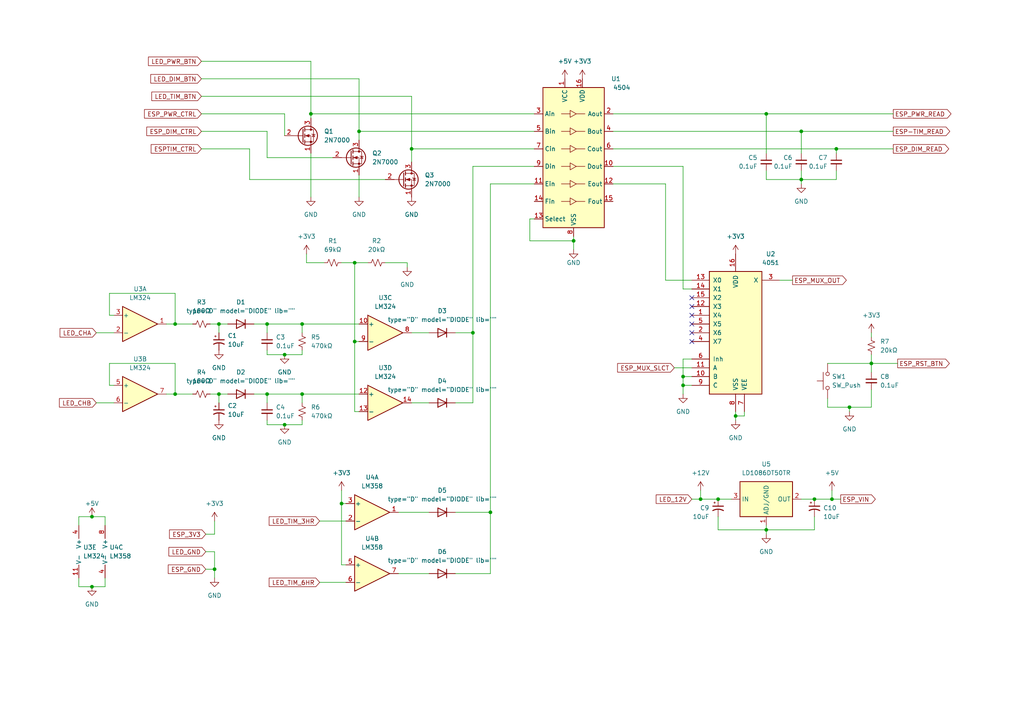
<source format=kicad_sch>
(kicad_sch (version 20211123) (generator eeschema)

  (uuid e63e39d7-6ac0-4ffd-8aa3-1841a4541b55)

  (paper "A4")

  (title_block
    (title "Plant Grow Light Interface Board")
    (date "2023-03-07")
    (rev "rev1")
    (company "Curt Henrichs")
  )

  (lib_symbols
    (symbol "4xxx:4051" (pin_names (offset 1.016)) (in_bom yes) (on_board yes)
      (property "Reference" "U" (id 0) (at -7.62 19.05 0)
        (effects (font (size 1.27 1.27)))
      )
      (property "Value" "4051" (id 1) (at -7.62 -19.05 0)
        (effects (font (size 1.27 1.27)))
      )
      (property "Footprint" "" (id 2) (at 0 0 0)
        (effects (font (size 1.27 1.27)) hide)
      )
      (property "Datasheet" "http://www.intersil.com/content/dam/Intersil/documents/cd40/cd4051bms-52bms-53bms.pdf" (id 3) (at 0 0 0)
        (effects (font (size 1.27 1.27)) hide)
      )
      (property "ki_locked" "" (id 4) (at 0 0 0)
        (effects (font (size 1.27 1.27)))
      )
      (property "ki_keywords" "CMOS MUX MUX8" (id 5) (at 0 0 0)
        (effects (font (size 1.27 1.27)) hide)
      )
      (property "ki_description" "Analog Multiplexer 8 to 1 lins" (id 6) (at 0 0 0)
        (effects (font (size 1.27 1.27)) hide)
      )
      (property "ki_fp_filters" "DIP?16*" (id 7) (at 0 0 0)
        (effects (font (size 1.27 1.27)) hide)
      )
      (symbol "4051_1_0"
        (pin passive line (at -12.7 5.08 0) (length 5.08)
          (name "X4" (effects (font (size 1.27 1.27))))
          (number "1" (effects (font (size 1.27 1.27))))
        )
        (pin input line (at -12.7 -12.7 0) (length 5.08)
          (name "B" (effects (font (size 1.27 1.27))))
          (number "10" (effects (font (size 1.27 1.27))))
        )
        (pin input line (at -12.7 -10.16 0) (length 5.08)
          (name "A" (effects (font (size 1.27 1.27))))
          (number "11" (effects (font (size 1.27 1.27))))
        )
        (pin passive line (at -12.7 7.62 0) (length 5.08)
          (name "X3" (effects (font (size 1.27 1.27))))
          (number "12" (effects (font (size 1.27 1.27))))
        )
        (pin passive line (at -12.7 15.24 0) (length 5.08)
          (name "X0" (effects (font (size 1.27 1.27))))
          (number "13" (effects (font (size 1.27 1.27))))
        )
        (pin passive line (at -12.7 12.7 0) (length 5.08)
          (name "X1" (effects (font (size 1.27 1.27))))
          (number "14" (effects (font (size 1.27 1.27))))
        )
        (pin passive line (at -12.7 10.16 0) (length 5.08)
          (name "X2" (effects (font (size 1.27 1.27))))
          (number "15" (effects (font (size 1.27 1.27))))
        )
        (pin power_in line (at 0 22.86 270) (length 5.08)
          (name "VDD" (effects (font (size 1.27 1.27))))
          (number "16" (effects (font (size 1.27 1.27))))
        )
        (pin passive line (at -12.7 0 0) (length 5.08)
          (name "X6" (effects (font (size 1.27 1.27))))
          (number "2" (effects (font (size 1.27 1.27))))
        )
        (pin passive line (at 12.7 15.24 180) (length 5.08)
          (name "X" (effects (font (size 1.27 1.27))))
          (number "3" (effects (font (size 1.27 1.27))))
        )
        (pin passive line (at -12.7 -2.54 0) (length 5.08)
          (name "X7" (effects (font (size 1.27 1.27))))
          (number "4" (effects (font (size 1.27 1.27))))
        )
        (pin passive line (at -12.7 2.54 0) (length 5.08)
          (name "X5" (effects (font (size 1.27 1.27))))
          (number "5" (effects (font (size 1.27 1.27))))
        )
        (pin input line (at -12.7 -7.62 0) (length 5.08)
          (name "Inh" (effects (font (size 1.27 1.27))))
          (number "6" (effects (font (size 1.27 1.27))))
        )
        (pin power_in line (at 2.54 -22.86 90) (length 5.08)
          (name "VEE" (effects (font (size 1.27 1.27))))
          (number "7" (effects (font (size 1.27 1.27))))
        )
        (pin power_in line (at 0 -22.86 90) (length 5.08)
          (name "VSS" (effects (font (size 1.27 1.27))))
          (number "8" (effects (font (size 1.27 1.27))))
        )
        (pin input line (at -12.7 -15.24 0) (length 5.08)
          (name "C" (effects (font (size 1.27 1.27))))
          (number "9" (effects (font (size 1.27 1.27))))
        )
      )
      (symbol "4051_1_1"
        (rectangle (start -7.62 17.78) (end 7.62 -17.78)
          (stroke (width 0.254) (type default) (color 0 0 0 0))
          (fill (type background))
        )
      )
    )
    (symbol "4xxx:4504" (in_bom yes) (on_board yes)
      (property "Reference" "U" (id 0) (at -7.62 21.59 0)
        (effects (font (size 1.27 1.27)))
      )
      (property "Value" "4504" (id 1) (at 6.35 21.59 0)
        (effects (font (size 1.27 1.27)))
      )
      (property "Footprint" "" (id 2) (at 0 -33.02 0)
        (effects (font (size 1.27 1.27)) hide)
      )
      (property "Datasheet" "http://www.ti.com/lit/ds/symlink/cd4504b.pdf" (id 3) (at -16.51 -8.89 0)
        (effects (font (size 1.27 1.27)) hide)
      )
      (property "ki_keywords" "Level-shifter" (id 4) (at 0 0 0)
        (effects (font (size 1.27 1.27)) hide)
      )
      (property "ki_description" "CMOS Hex Voltage-Level Shifter for TTL-to-CMOS or CMOS-to-CMOS, DIP-16/SOIC-16/TSSOP-16" (id 5) (at 0 0 0)
        (effects (font (size 1.27 1.27)) hide)
      )
      (property "ki_fp_filters" "DIP*W7.62mm* SOIC*3.9x9.9mm*P1.27mm* TSSOP*4.4x5mm*P0.65mm*" (id 6) (at 0 0 0)
        (effects (font (size 1.27 1.27)) hide)
      )
      (symbol "4504_0_1"
        (polyline
          (pts
            (xy -3.556 -12.7)
            (xy -1.016 -12.7)
          )
          (stroke (width 0) (type default) (color 0 0 0 0))
          (fill (type none))
        )
        (polyline
          (pts
            (xy -3.556 -7.62)
            (xy -1.016 -7.62)
          )
          (stroke (width 0) (type default) (color 0 0 0 0))
          (fill (type none))
        )
        (polyline
          (pts
            (xy -3.556 -2.54)
            (xy -1.016 -2.54)
          )
          (stroke (width 0) (type default) (color 0 0 0 0))
          (fill (type none))
        )
        (polyline
          (pts
            (xy -3.556 2.54)
            (xy -1.016 2.54)
          )
          (stroke (width 0) (type default) (color 0 0 0 0))
          (fill (type none))
        )
        (polyline
          (pts
            (xy -3.556 7.62)
            (xy -1.016 7.62)
          )
          (stroke (width 0) (type default) (color 0 0 0 0))
          (fill (type none))
        )
        (polyline
          (pts
            (xy -3.556 12.7)
            (xy -1.016 12.7)
          )
          (stroke (width 0) (type default) (color 0 0 0 0))
          (fill (type none))
        )
        (polyline
          (pts
            (xy 0.762 -12.7)
            (xy 3.302 -12.7)
          )
          (stroke (width 0) (type default) (color 0 0 0 0))
          (fill (type none))
        )
        (polyline
          (pts
            (xy 0.762 -7.62)
            (xy 3.302 -7.62)
          )
          (stroke (width 0) (type default) (color 0 0 0 0))
          (fill (type none))
        )
        (polyline
          (pts
            (xy 0.762 -2.54)
            (xy 3.302 -2.54)
          )
          (stroke (width 0) (type default) (color 0 0 0 0))
          (fill (type none))
        )
        (polyline
          (pts
            (xy 0.762 2.54)
            (xy 3.302 2.54)
          )
          (stroke (width 0) (type default) (color 0 0 0 0))
          (fill (type none))
        )
        (polyline
          (pts
            (xy 0.762 7.62)
            (xy 3.302 7.62)
          )
          (stroke (width 0) (type default) (color 0 0 0 0))
          (fill (type none))
        )
        (polyline
          (pts
            (xy 0.762 12.7)
            (xy 3.302 12.7)
          )
          (stroke (width 0) (type default) (color 0 0 0 0))
          (fill (type none))
        )
      )
      (symbol "4504_1_1"
        (rectangle (start -8.89 20.32) (end 8.89 -20.32)
          (stroke (width 0.254) (type default) (color 0 0 0 0))
          (fill (type background))
        )
        (polyline
          (pts
            (xy 0.762 -12.7)
            (xy -1.016 -13.716)
            (xy -1.016 -11.684)
            (xy 0.762 -12.7)
          )
          (stroke (width 0) (type default) (color 0 0 0 0))
          (fill (type none))
        )
        (polyline
          (pts
            (xy 0.762 -7.62)
            (xy -1.016 -8.636)
            (xy -1.016 -6.604)
            (xy 0.762 -7.62)
          )
          (stroke (width 0) (type default) (color 0 0 0 0))
          (fill (type none))
        )
        (polyline
          (pts
            (xy 0.762 -2.54)
            (xy -1.016 -3.556)
            (xy -1.016 -1.524)
            (xy 0.762 -2.54)
          )
          (stroke (width 0) (type default) (color 0 0 0 0))
          (fill (type none))
        )
        (polyline
          (pts
            (xy 0.762 2.54)
            (xy -1.016 1.524)
            (xy -1.016 3.556)
            (xy 0.762 2.54)
          )
          (stroke (width 0) (type default) (color 0 0 0 0))
          (fill (type none))
        )
        (polyline
          (pts
            (xy 0.762 7.62)
            (xy -1.016 6.604)
            (xy -1.016 8.636)
            (xy 0.762 7.62)
          )
          (stroke (width 0) (type default) (color 0 0 0 0))
          (fill (type none))
        )
        (polyline
          (pts
            (xy 0.762 12.7)
            (xy -1.016 11.684)
            (xy -1.016 13.716)
            (xy 0.762 12.7)
          )
          (stroke (width 0) (type default) (color 0 0 0 0))
          (fill (type none))
        )
        (pin power_in line (at -2.54 22.86 270) (length 2.54)
          (name "VCC" (effects (font (size 1.27 1.27))))
          (number "1" (effects (font (size 1.27 1.27))))
        )
        (pin output line (at 11.43 -2.54 180) (length 2.54)
          (name "Dout" (effects (font (size 1.27 1.27))))
          (number "10" (effects (font (size 1.27 1.27))))
        )
        (pin input line (at -11.43 -7.62 0) (length 2.54)
          (name "Ein" (effects (font (size 1.27 1.27))))
          (number "11" (effects (font (size 1.27 1.27))))
        )
        (pin output line (at 11.43 -7.62 180) (length 2.54)
          (name "Eout" (effects (font (size 1.27 1.27))))
          (number "12" (effects (font (size 1.27 1.27))))
        )
        (pin input line (at -11.43 -17.78 0) (length 2.54)
          (name "Select" (effects (font (size 1.27 1.27))))
          (number "13" (effects (font (size 1.27 1.27))))
        )
        (pin input line (at -11.43 -12.7 0) (length 2.54)
          (name "Fin" (effects (font (size 1.27 1.27))))
          (number "14" (effects (font (size 1.27 1.27))))
        )
        (pin output line (at 11.43 -12.7 180) (length 2.54)
          (name "Fout" (effects (font (size 1.27 1.27))))
          (number "15" (effects (font (size 1.27 1.27))))
        )
        (pin power_in line (at 2.54 22.86 270) (length 2.54)
          (name "VDD" (effects (font (size 1.27 1.27))))
          (number "16" (effects (font (size 1.27 1.27))))
        )
        (pin output line (at 11.43 12.7 180) (length 2.54)
          (name "Aout" (effects (font (size 1.27 1.27))))
          (number "2" (effects (font (size 1.27 1.27))))
        )
        (pin input line (at -11.43 12.7 0) (length 2.54)
          (name "Ain" (effects (font (size 1.27 1.27))))
          (number "3" (effects (font (size 1.27 1.27))))
        )
        (pin output line (at 11.43 7.62 180) (length 2.54)
          (name "Bout" (effects (font (size 1.27 1.27))))
          (number "4" (effects (font (size 1.27 1.27))))
        )
        (pin input line (at -11.43 7.62 0) (length 2.54)
          (name "Bin" (effects (font (size 1.27 1.27))))
          (number "5" (effects (font (size 1.27 1.27))))
        )
        (pin output line (at 11.43 2.54 180) (length 2.54)
          (name "Cout" (effects (font (size 1.27 1.27))))
          (number "6" (effects (font (size 1.27 1.27))))
        )
        (pin input line (at -11.43 2.54 0) (length 2.54)
          (name "Cin" (effects (font (size 1.27 1.27))))
          (number "7" (effects (font (size 1.27 1.27))))
        )
        (pin power_in line (at 0 -22.86 90) (length 2.54)
          (name "VSS" (effects (font (size 1.27 1.27))))
          (number "8" (effects (font (size 1.27 1.27))))
        )
        (pin input line (at -11.43 -2.54 0) (length 2.54)
          (name "Din" (effects (font (size 1.27 1.27))))
          (number "9" (effects (font (size 1.27 1.27))))
        )
      )
    )
    (symbol "Amplifier_Operational:LM324" (pin_names (offset 0.127)) (in_bom yes) (on_board yes)
      (property "Reference" "U" (id 0) (at 0 5.08 0)
        (effects (font (size 1.27 1.27)) (justify left))
      )
      (property "Value" "LM324" (id 1) (at 0 -5.08 0)
        (effects (font (size 1.27 1.27)) (justify left))
      )
      (property "Footprint" "" (id 2) (at -1.27 2.54 0)
        (effects (font (size 1.27 1.27)) hide)
      )
      (property "Datasheet" "http://www.ti.com/lit/ds/symlink/lm2902-n.pdf" (id 3) (at 1.27 5.08 0)
        (effects (font (size 1.27 1.27)) hide)
      )
      (property "ki_locked" "" (id 4) (at 0 0 0)
        (effects (font (size 1.27 1.27)))
      )
      (property "ki_keywords" "quad opamp" (id 5) (at 0 0 0)
        (effects (font (size 1.27 1.27)) hide)
      )
      (property "ki_description" "Low-Power, Quad-Operational Amplifiers, DIP-14/SOIC-14/SSOP-14" (id 6) (at 0 0 0)
        (effects (font (size 1.27 1.27)) hide)
      )
      (property "ki_fp_filters" "SOIC*3.9x8.7mm*P1.27mm* DIP*W7.62mm* TSSOP*4.4x5mm*P0.65mm* SSOP*5.3x6.2mm*P0.65mm* MSOP*3x3mm*P0.5mm*" (id 7) (at 0 0 0)
        (effects (font (size 1.27 1.27)) hide)
      )
      (symbol "LM324_1_1"
        (polyline
          (pts
            (xy -5.08 5.08)
            (xy 5.08 0)
            (xy -5.08 -5.08)
            (xy -5.08 5.08)
          )
          (stroke (width 0.254) (type default) (color 0 0 0 0))
          (fill (type background))
        )
        (pin output line (at 7.62 0 180) (length 2.54)
          (name "~" (effects (font (size 1.27 1.27))))
          (number "1" (effects (font (size 1.27 1.27))))
        )
        (pin input line (at -7.62 -2.54 0) (length 2.54)
          (name "-" (effects (font (size 1.27 1.27))))
          (number "2" (effects (font (size 1.27 1.27))))
        )
        (pin input line (at -7.62 2.54 0) (length 2.54)
          (name "+" (effects (font (size 1.27 1.27))))
          (number "3" (effects (font (size 1.27 1.27))))
        )
      )
      (symbol "LM324_2_1"
        (polyline
          (pts
            (xy -5.08 5.08)
            (xy 5.08 0)
            (xy -5.08 -5.08)
            (xy -5.08 5.08)
          )
          (stroke (width 0.254) (type default) (color 0 0 0 0))
          (fill (type background))
        )
        (pin input line (at -7.62 2.54 0) (length 2.54)
          (name "+" (effects (font (size 1.27 1.27))))
          (number "5" (effects (font (size 1.27 1.27))))
        )
        (pin input line (at -7.62 -2.54 0) (length 2.54)
          (name "-" (effects (font (size 1.27 1.27))))
          (number "6" (effects (font (size 1.27 1.27))))
        )
        (pin output line (at 7.62 0 180) (length 2.54)
          (name "~" (effects (font (size 1.27 1.27))))
          (number "7" (effects (font (size 1.27 1.27))))
        )
      )
      (symbol "LM324_3_1"
        (polyline
          (pts
            (xy -5.08 5.08)
            (xy 5.08 0)
            (xy -5.08 -5.08)
            (xy -5.08 5.08)
          )
          (stroke (width 0.254) (type default) (color 0 0 0 0))
          (fill (type background))
        )
        (pin input line (at -7.62 2.54 0) (length 2.54)
          (name "+" (effects (font (size 1.27 1.27))))
          (number "10" (effects (font (size 1.27 1.27))))
        )
        (pin output line (at 7.62 0 180) (length 2.54)
          (name "~" (effects (font (size 1.27 1.27))))
          (number "8" (effects (font (size 1.27 1.27))))
        )
        (pin input line (at -7.62 -2.54 0) (length 2.54)
          (name "-" (effects (font (size 1.27 1.27))))
          (number "9" (effects (font (size 1.27 1.27))))
        )
      )
      (symbol "LM324_4_1"
        (polyline
          (pts
            (xy -5.08 5.08)
            (xy 5.08 0)
            (xy -5.08 -5.08)
            (xy -5.08 5.08)
          )
          (stroke (width 0.254) (type default) (color 0 0 0 0))
          (fill (type background))
        )
        (pin input line (at -7.62 2.54 0) (length 2.54)
          (name "+" (effects (font (size 1.27 1.27))))
          (number "12" (effects (font (size 1.27 1.27))))
        )
        (pin input line (at -7.62 -2.54 0) (length 2.54)
          (name "-" (effects (font (size 1.27 1.27))))
          (number "13" (effects (font (size 1.27 1.27))))
        )
        (pin output line (at 7.62 0 180) (length 2.54)
          (name "~" (effects (font (size 1.27 1.27))))
          (number "14" (effects (font (size 1.27 1.27))))
        )
      )
      (symbol "LM324_5_1"
        (pin power_in line (at -2.54 -7.62 90) (length 3.81)
          (name "V-" (effects (font (size 1.27 1.27))))
          (number "11" (effects (font (size 1.27 1.27))))
        )
        (pin power_in line (at -2.54 7.62 270) (length 3.81)
          (name "V+" (effects (font (size 1.27 1.27))))
          (number "4" (effects (font (size 1.27 1.27))))
        )
      )
    )
    (symbol "Amplifier_Operational:LM358" (pin_names (offset 0.127)) (in_bom yes) (on_board yes)
      (property "Reference" "U" (id 0) (at 0 5.08 0)
        (effects (font (size 1.27 1.27)) (justify left))
      )
      (property "Value" "LM358" (id 1) (at 0 -5.08 0)
        (effects (font (size 1.27 1.27)) (justify left))
      )
      (property "Footprint" "" (id 2) (at 0 0 0)
        (effects (font (size 1.27 1.27)) hide)
      )
      (property "Datasheet" "http://www.ti.com/lit/ds/symlink/lm2904-n.pdf" (id 3) (at 0 0 0)
        (effects (font (size 1.27 1.27)) hide)
      )
      (property "ki_locked" "" (id 4) (at 0 0 0)
        (effects (font (size 1.27 1.27)))
      )
      (property "ki_keywords" "dual opamp" (id 5) (at 0 0 0)
        (effects (font (size 1.27 1.27)) hide)
      )
      (property "ki_description" "Low-Power, Dual Operational Amplifiers, DIP-8/SOIC-8/TO-99-8" (id 6) (at 0 0 0)
        (effects (font (size 1.27 1.27)) hide)
      )
      (property "ki_fp_filters" "SOIC*3.9x4.9mm*P1.27mm* DIP*W7.62mm* TO*99* OnSemi*Micro8* TSSOP*3x3mm*P0.65mm* TSSOP*4.4x3mm*P0.65mm* MSOP*3x3mm*P0.65mm* SSOP*3.9x4.9mm*P0.635mm* LFCSP*2x2mm*P0.5mm* *SIP* SOIC*5.3x6.2mm*P1.27mm*" (id 7) (at 0 0 0)
        (effects (font (size 1.27 1.27)) hide)
      )
      (symbol "LM358_1_1"
        (polyline
          (pts
            (xy -5.08 5.08)
            (xy 5.08 0)
            (xy -5.08 -5.08)
            (xy -5.08 5.08)
          )
          (stroke (width 0.254) (type default) (color 0 0 0 0))
          (fill (type background))
        )
        (pin output line (at 7.62 0 180) (length 2.54)
          (name "~" (effects (font (size 1.27 1.27))))
          (number "1" (effects (font (size 1.27 1.27))))
        )
        (pin input line (at -7.62 -2.54 0) (length 2.54)
          (name "-" (effects (font (size 1.27 1.27))))
          (number "2" (effects (font (size 1.27 1.27))))
        )
        (pin input line (at -7.62 2.54 0) (length 2.54)
          (name "+" (effects (font (size 1.27 1.27))))
          (number "3" (effects (font (size 1.27 1.27))))
        )
      )
      (symbol "LM358_2_1"
        (polyline
          (pts
            (xy -5.08 5.08)
            (xy 5.08 0)
            (xy -5.08 -5.08)
            (xy -5.08 5.08)
          )
          (stroke (width 0.254) (type default) (color 0 0 0 0))
          (fill (type background))
        )
        (pin input line (at -7.62 2.54 0) (length 2.54)
          (name "+" (effects (font (size 1.27 1.27))))
          (number "5" (effects (font (size 1.27 1.27))))
        )
        (pin input line (at -7.62 -2.54 0) (length 2.54)
          (name "-" (effects (font (size 1.27 1.27))))
          (number "6" (effects (font (size 1.27 1.27))))
        )
        (pin output line (at 7.62 0 180) (length 2.54)
          (name "~" (effects (font (size 1.27 1.27))))
          (number "7" (effects (font (size 1.27 1.27))))
        )
      )
      (symbol "LM358_3_1"
        (pin power_in line (at -2.54 -7.62 90) (length 3.81)
          (name "V-" (effects (font (size 1.27 1.27))))
          (number "4" (effects (font (size 1.27 1.27))))
        )
        (pin power_in line (at -2.54 7.62 270) (length 3.81)
          (name "V+" (effects (font (size 1.27 1.27))))
          (number "8" (effects (font (size 1.27 1.27))))
        )
      )
    )
    (symbol "Device:C_Polarized_Small_US" (pin_numbers hide) (pin_names (offset 0.254) hide) (in_bom yes) (on_board yes)
      (property "Reference" "C" (id 0) (at 0.254 1.778 0)
        (effects (font (size 1.27 1.27)) (justify left))
      )
      (property "Value" "C_Polarized_Small_US" (id 1) (at 0.254 -2.032 0)
        (effects (font (size 1.27 1.27)) (justify left))
      )
      (property "Footprint" "" (id 2) (at 0 0 0)
        (effects (font (size 1.27 1.27)) hide)
      )
      (property "Datasheet" "~" (id 3) (at 0 0 0)
        (effects (font (size 1.27 1.27)) hide)
      )
      (property "ki_keywords" "cap capacitor" (id 4) (at 0 0 0)
        (effects (font (size 1.27 1.27)) hide)
      )
      (property "ki_description" "Polarized capacitor, small US symbol" (id 5) (at 0 0 0)
        (effects (font (size 1.27 1.27)) hide)
      )
      (property "ki_fp_filters" "CP_*" (id 6) (at 0 0 0)
        (effects (font (size 1.27 1.27)) hide)
      )
      (symbol "C_Polarized_Small_US_0_1"
        (polyline
          (pts
            (xy -1.524 0.508)
            (xy 1.524 0.508)
          )
          (stroke (width 0.3048) (type default) (color 0 0 0 0))
          (fill (type none))
        )
        (polyline
          (pts
            (xy -1.27 1.524)
            (xy -0.762 1.524)
          )
          (stroke (width 0) (type default) (color 0 0 0 0))
          (fill (type none))
        )
        (polyline
          (pts
            (xy -1.016 1.27)
            (xy -1.016 1.778)
          )
          (stroke (width 0) (type default) (color 0 0 0 0))
          (fill (type none))
        )
        (arc (start 1.524 -0.762) (mid 0 -0.3734) (end -1.524 -0.762)
          (stroke (width 0.3048) (type default) (color 0 0 0 0))
          (fill (type none))
        )
      )
      (symbol "C_Polarized_Small_US_1_1"
        (pin passive line (at 0 2.54 270) (length 2.032)
          (name "~" (effects (font (size 1.27 1.27))))
          (number "1" (effects (font (size 1.27 1.27))))
        )
        (pin passive line (at 0 -2.54 90) (length 2.032)
          (name "~" (effects (font (size 1.27 1.27))))
          (number "2" (effects (font (size 1.27 1.27))))
        )
      )
    )
    (symbol "Device:C_Small" (pin_numbers hide) (pin_names (offset 0.254) hide) (in_bom yes) (on_board yes)
      (property "Reference" "C" (id 0) (at 0.254 1.778 0)
        (effects (font (size 1.27 1.27)) (justify left))
      )
      (property "Value" "C_Small" (id 1) (at 0.254 -2.032 0)
        (effects (font (size 1.27 1.27)) (justify left))
      )
      (property "Footprint" "" (id 2) (at 0 0 0)
        (effects (font (size 1.27 1.27)) hide)
      )
      (property "Datasheet" "~" (id 3) (at 0 0 0)
        (effects (font (size 1.27 1.27)) hide)
      )
      (property "ki_keywords" "capacitor cap" (id 4) (at 0 0 0)
        (effects (font (size 1.27 1.27)) hide)
      )
      (property "ki_description" "Unpolarized capacitor, small symbol" (id 5) (at 0 0 0)
        (effects (font (size 1.27 1.27)) hide)
      )
      (property "ki_fp_filters" "C_*" (id 6) (at 0 0 0)
        (effects (font (size 1.27 1.27)) hide)
      )
      (symbol "C_Small_0_1"
        (polyline
          (pts
            (xy -1.524 -0.508)
            (xy 1.524 -0.508)
          )
          (stroke (width 0.3302) (type default) (color 0 0 0 0))
          (fill (type none))
        )
        (polyline
          (pts
            (xy -1.524 0.508)
            (xy 1.524 0.508)
          )
          (stroke (width 0.3048) (type default) (color 0 0 0 0))
          (fill (type none))
        )
      )
      (symbol "C_Small_1_1"
        (pin passive line (at 0 2.54 270) (length 2.032)
          (name "~" (effects (font (size 1.27 1.27))))
          (number "1" (effects (font (size 1.27 1.27))))
        )
        (pin passive line (at 0 -2.54 90) (length 2.032)
          (name "~" (effects (font (size 1.27 1.27))))
          (number "2" (effects (font (size 1.27 1.27))))
        )
      )
    )
    (symbol "Device:R_Small_US" (pin_numbers hide) (pin_names (offset 0.254) hide) (in_bom yes) (on_board yes)
      (property "Reference" "R" (id 0) (at 0.762 0.508 0)
        (effects (font (size 1.27 1.27)) (justify left))
      )
      (property "Value" "R_Small_US" (id 1) (at 0.762 -1.016 0)
        (effects (font (size 1.27 1.27)) (justify left))
      )
      (property "Footprint" "" (id 2) (at 0 0 0)
        (effects (font (size 1.27 1.27)) hide)
      )
      (property "Datasheet" "~" (id 3) (at 0 0 0)
        (effects (font (size 1.27 1.27)) hide)
      )
      (property "ki_keywords" "r resistor" (id 4) (at 0 0 0)
        (effects (font (size 1.27 1.27)) hide)
      )
      (property "ki_description" "Resistor, small US symbol" (id 5) (at 0 0 0)
        (effects (font (size 1.27 1.27)) hide)
      )
      (property "ki_fp_filters" "R_*" (id 6) (at 0 0 0)
        (effects (font (size 1.27 1.27)) hide)
      )
      (symbol "R_Small_US_1_1"
        (polyline
          (pts
            (xy 0 0)
            (xy 1.016 -0.381)
            (xy 0 -0.762)
            (xy -1.016 -1.143)
            (xy 0 -1.524)
          )
          (stroke (width 0) (type default) (color 0 0 0 0))
          (fill (type none))
        )
        (polyline
          (pts
            (xy 0 1.524)
            (xy 1.016 1.143)
            (xy 0 0.762)
            (xy -1.016 0.381)
            (xy 0 0)
          )
          (stroke (width 0) (type default) (color 0 0 0 0))
          (fill (type none))
        )
        (pin passive line (at 0 2.54 270) (length 1.016)
          (name "~" (effects (font (size 1.27 1.27))))
          (number "1" (effects (font (size 1.27 1.27))))
        )
        (pin passive line (at 0 -2.54 90) (length 1.016)
          (name "~" (effects (font (size 1.27 1.27))))
          (number "2" (effects (font (size 1.27 1.27))))
        )
      )
    )
    (symbol "Regulator_Linear:LD1086DT50TR" (in_bom yes) (on_board yes)
      (property "Reference" "U" (id 0) (at 0 10.16 0)
        (effects (font (size 1.27 1.27)))
      )
      (property "Value" "LD1086DT50TR" (id 1) (at 0 7.62 0)
        (effects (font (size 1.27 1.27)))
      )
      (property "Footprint" "Package_TO_SOT_SMD:TO-252-2" (id 2) (at 0 12.7 0)
        (effects (font (size 1.27 1.27)) hide)
      )
      (property "Datasheet" "https://www.st.com/resource/en/datasheet/ld1086.pdf" (id 3) (at 0 12.7 0)
        (effects (font (size 1.27 1.27)) hide)
      )
      (property "ki_keywords" "Linear Regulator 1.5A Fixed Output" (id 4) (at 0 0 0)
        (effects (font (size 1.27 1.27)) hide)
      )
      (property "ki_description" "Positive, 1.5A 30V, Linear Regulator, Fixed Output 5V, TO-252" (id 5) (at 0 0 0)
        (effects (font (size 1.27 1.27)) hide)
      )
      (property "ki_fp_filters" "TO?252?2*" (id 6) (at 0 0 0)
        (effects (font (size 1.27 1.27)) hide)
      )
      (symbol "LD1086DT50TR_1_1"
        (rectangle (start -7.62 -5.08) (end 7.62 5.08)
          (stroke (width 0.254) (type default) (color 0 0 0 0))
          (fill (type background))
        )
        (pin input line (at 0 -7.62 90) (length 2.54)
          (name "ADJ/GND" (effects (font (size 1.27 1.27))))
          (number "1" (effects (font (size 1.27 1.27))))
        )
        (pin power_out line (at 10.16 0 180) (length 2.54)
          (name "OUT" (effects (font (size 1.27 1.27))))
          (number "2" (effects (font (size 1.27 1.27))))
        )
        (pin power_in line (at -10.16 0 0) (length 2.54)
          (name "IN" (effects (font (size 1.27 1.27))))
          (number "3" (effects (font (size 1.27 1.27))))
        )
      )
    )
    (symbol "Simulation_SPICE:DIODE" (pin_numbers hide) (pin_names (offset 1.016) hide) (in_bom yes) (on_board yes)
      (property "Reference" "D" (id 0) (at 0 2.54 0)
        (effects (font (size 1.27 1.27)))
      )
      (property "Value" "DIODE" (id 1) (at 0 -2.54 0)
        (effects (font (size 1.27 1.27)))
      )
      (property "Footprint" "" (id 2) (at 0 0 0)
        (effects (font (size 1.27 1.27)) hide)
      )
      (property "Datasheet" "~" (id 3) (at 0 0 0)
        (effects (font (size 1.27 1.27)) hide)
      )
      (property "Spice_Netlist_Enabled" "Y" (id 4) (at 0 0 0)
        (effects (font (size 1.27 1.27)) (justify left) hide)
      )
      (property "Spice_Primitive" "D" (id 5) (at 0 0 0)
        (effects (font (size 1.27 1.27)) (justify left) hide)
      )
      (property "ki_keywords" "simulation" (id 6) (at 0 0 0)
        (effects (font (size 1.27 1.27)) hide)
      )
      (property "ki_description" "Diode, anode on pin 1, for simulation only!" (id 7) (at 0 0 0)
        (effects (font (size 1.27 1.27)) hide)
      )
      (symbol "DIODE_0_1"
        (polyline
          (pts
            (xy 1.27 0)
            (xy -1.27 0)
          )
          (stroke (width 0) (type default) (color 0 0 0 0))
          (fill (type none))
        )
        (polyline
          (pts
            (xy 1.27 1.27)
            (xy 1.27 -1.27)
          )
          (stroke (width 0.254) (type default) (color 0 0 0 0))
          (fill (type none))
        )
        (polyline
          (pts
            (xy -1.27 -1.27)
            (xy -1.27 1.27)
            (xy 1.27 0)
            (xy -1.27 -1.27)
          )
          (stroke (width 0.254) (type default) (color 0 0 0 0))
          (fill (type none))
        )
      )
      (symbol "DIODE_1_1"
        (pin passive line (at -3.81 0 0) (length 2.54)
          (name "A" (effects (font (size 1.27 1.27))))
          (number "1" (effects (font (size 1.27 1.27))))
        )
        (pin passive line (at 3.81 0 180) (length 2.54)
          (name "K" (effects (font (size 1.27 1.27))))
          (number "2" (effects (font (size 1.27 1.27))))
        )
      )
    )
    (symbol "Switch:SW_Push" (pin_numbers hide) (pin_names (offset 1.016) hide) (in_bom yes) (on_board yes)
      (property "Reference" "SW" (id 0) (at 1.27 2.54 0)
        (effects (font (size 1.27 1.27)) (justify left))
      )
      (property "Value" "SW_Push" (id 1) (at 0 -1.524 0)
        (effects (font (size 1.27 1.27)))
      )
      (property "Footprint" "" (id 2) (at 0 5.08 0)
        (effects (font (size 1.27 1.27)) hide)
      )
      (property "Datasheet" "~" (id 3) (at 0 5.08 0)
        (effects (font (size 1.27 1.27)) hide)
      )
      (property "ki_keywords" "switch normally-open pushbutton push-button" (id 4) (at 0 0 0)
        (effects (font (size 1.27 1.27)) hide)
      )
      (property "ki_description" "Push button switch, generic, two pins" (id 5) (at 0 0 0)
        (effects (font (size 1.27 1.27)) hide)
      )
      (symbol "SW_Push_0_1"
        (circle (center -2.032 0) (radius 0.508)
          (stroke (width 0) (type default) (color 0 0 0 0))
          (fill (type none))
        )
        (polyline
          (pts
            (xy 0 1.27)
            (xy 0 3.048)
          )
          (stroke (width 0) (type default) (color 0 0 0 0))
          (fill (type none))
        )
        (polyline
          (pts
            (xy 2.54 1.27)
            (xy -2.54 1.27)
          )
          (stroke (width 0) (type default) (color 0 0 0 0))
          (fill (type none))
        )
        (circle (center 2.032 0) (radius 0.508)
          (stroke (width 0) (type default) (color 0 0 0 0))
          (fill (type none))
        )
        (pin passive line (at -5.08 0 0) (length 2.54)
          (name "1" (effects (font (size 1.27 1.27))))
          (number "1" (effects (font (size 1.27 1.27))))
        )
        (pin passive line (at 5.08 0 180) (length 2.54)
          (name "2" (effects (font (size 1.27 1.27))))
          (number "2" (effects (font (size 1.27 1.27))))
        )
      )
    )
    (symbol "Transistor_FET:2N7000" (pin_names hide) (in_bom yes) (on_board yes)
      (property "Reference" "Q" (id 0) (at 5.08 1.905 0)
        (effects (font (size 1.27 1.27)) (justify left))
      )
      (property "Value" "2N7000" (id 1) (at 5.08 0 0)
        (effects (font (size 1.27 1.27)) (justify left))
      )
      (property "Footprint" "Package_TO_SOT_THT:TO-92_Inline" (id 2) (at 5.08 -1.905 0)
        (effects (font (size 1.27 1.27) italic) (justify left) hide)
      )
      (property "Datasheet" "https://www.onsemi.com/pub/Collateral/NDS7002A-D.PDF" (id 3) (at 0 0 0)
        (effects (font (size 1.27 1.27)) (justify left) hide)
      )
      (property "ki_keywords" "N-Channel MOSFET Logic-Level" (id 4) (at 0 0 0)
        (effects (font (size 1.27 1.27)) hide)
      )
      (property "ki_description" "0.2A Id, 200V Vds, N-Channel MOSFET, 2.6V Logic Level, TO-92" (id 5) (at 0 0 0)
        (effects (font (size 1.27 1.27)) hide)
      )
      (property "ki_fp_filters" "TO?92*" (id 6) (at 0 0 0)
        (effects (font (size 1.27 1.27)) hide)
      )
      (symbol "2N7000_0_1"
        (polyline
          (pts
            (xy 0.254 0)
            (xy -2.54 0)
          )
          (stroke (width 0) (type default) (color 0 0 0 0))
          (fill (type none))
        )
        (polyline
          (pts
            (xy 0.254 1.905)
            (xy 0.254 -1.905)
          )
          (stroke (width 0.254) (type default) (color 0 0 0 0))
          (fill (type none))
        )
        (polyline
          (pts
            (xy 0.762 -1.27)
            (xy 0.762 -2.286)
          )
          (stroke (width 0.254) (type default) (color 0 0 0 0))
          (fill (type none))
        )
        (polyline
          (pts
            (xy 0.762 0.508)
            (xy 0.762 -0.508)
          )
          (stroke (width 0.254) (type default) (color 0 0 0 0))
          (fill (type none))
        )
        (polyline
          (pts
            (xy 0.762 2.286)
            (xy 0.762 1.27)
          )
          (stroke (width 0.254) (type default) (color 0 0 0 0))
          (fill (type none))
        )
        (polyline
          (pts
            (xy 2.54 2.54)
            (xy 2.54 1.778)
          )
          (stroke (width 0) (type default) (color 0 0 0 0))
          (fill (type none))
        )
        (polyline
          (pts
            (xy 2.54 -2.54)
            (xy 2.54 0)
            (xy 0.762 0)
          )
          (stroke (width 0) (type default) (color 0 0 0 0))
          (fill (type none))
        )
        (polyline
          (pts
            (xy 0.762 -1.778)
            (xy 3.302 -1.778)
            (xy 3.302 1.778)
            (xy 0.762 1.778)
          )
          (stroke (width 0) (type default) (color 0 0 0 0))
          (fill (type none))
        )
        (polyline
          (pts
            (xy 1.016 0)
            (xy 2.032 0.381)
            (xy 2.032 -0.381)
            (xy 1.016 0)
          )
          (stroke (width 0) (type default) (color 0 0 0 0))
          (fill (type outline))
        )
        (polyline
          (pts
            (xy 2.794 0.508)
            (xy 2.921 0.381)
            (xy 3.683 0.381)
            (xy 3.81 0.254)
          )
          (stroke (width 0) (type default) (color 0 0 0 0))
          (fill (type none))
        )
        (polyline
          (pts
            (xy 3.302 0.381)
            (xy 2.921 -0.254)
            (xy 3.683 -0.254)
            (xy 3.302 0.381)
          )
          (stroke (width 0) (type default) (color 0 0 0 0))
          (fill (type none))
        )
        (circle (center 1.651 0) (radius 2.794)
          (stroke (width 0.254) (type default) (color 0 0 0 0))
          (fill (type none))
        )
        (circle (center 2.54 -1.778) (radius 0.254)
          (stroke (width 0) (type default) (color 0 0 0 0))
          (fill (type outline))
        )
        (circle (center 2.54 1.778) (radius 0.254)
          (stroke (width 0) (type default) (color 0 0 0 0))
          (fill (type outline))
        )
      )
      (symbol "2N7000_1_1"
        (pin passive line (at 2.54 -5.08 90) (length 2.54)
          (name "S" (effects (font (size 1.27 1.27))))
          (number "1" (effects (font (size 1.27 1.27))))
        )
        (pin input line (at -5.08 0 0) (length 2.54)
          (name "G" (effects (font (size 1.27 1.27))))
          (number "2" (effects (font (size 1.27 1.27))))
        )
        (pin passive line (at 2.54 5.08 270) (length 2.54)
          (name "D" (effects (font (size 1.27 1.27))))
          (number "3" (effects (font (size 1.27 1.27))))
        )
      )
    )
    (symbol "power:+12V" (power) (pin_names (offset 0)) (in_bom yes) (on_board yes)
      (property "Reference" "#PWR" (id 0) (at 0 -3.81 0)
        (effects (font (size 1.27 1.27)) hide)
      )
      (property "Value" "+12V" (id 1) (at 0 3.556 0)
        (effects (font (size 1.27 1.27)))
      )
      (property "Footprint" "" (id 2) (at 0 0 0)
        (effects (font (size 1.27 1.27)) hide)
      )
      (property "Datasheet" "" (id 3) (at 0 0 0)
        (effects (font (size 1.27 1.27)) hide)
      )
      (property "ki_keywords" "power-flag" (id 4) (at 0 0 0)
        (effects (font (size 1.27 1.27)) hide)
      )
      (property "ki_description" "Power symbol creates a global label with name \"+12V\"" (id 5) (at 0 0 0)
        (effects (font (size 1.27 1.27)) hide)
      )
      (symbol "+12V_0_1"
        (polyline
          (pts
            (xy -0.762 1.27)
            (xy 0 2.54)
          )
          (stroke (width 0) (type default) (color 0 0 0 0))
          (fill (type none))
        )
        (polyline
          (pts
            (xy 0 0)
            (xy 0 2.54)
          )
          (stroke (width 0) (type default) (color 0 0 0 0))
          (fill (type none))
        )
        (polyline
          (pts
            (xy 0 2.54)
            (xy 0.762 1.27)
          )
          (stroke (width 0) (type default) (color 0 0 0 0))
          (fill (type none))
        )
      )
      (symbol "+12V_1_1"
        (pin power_in line (at 0 0 90) (length 0) hide
          (name "+12V" (effects (font (size 1.27 1.27))))
          (number "1" (effects (font (size 1.27 1.27))))
        )
      )
    )
    (symbol "power:+3.3V" (power) (pin_names (offset 0)) (in_bom yes) (on_board yes)
      (property "Reference" "#PWR" (id 0) (at 0 -3.81 0)
        (effects (font (size 1.27 1.27)) hide)
      )
      (property "Value" "+3.3V" (id 1) (at 0 3.556 0)
        (effects (font (size 1.27 1.27)))
      )
      (property "Footprint" "" (id 2) (at 0 0 0)
        (effects (font (size 1.27 1.27)) hide)
      )
      (property "Datasheet" "" (id 3) (at 0 0 0)
        (effects (font (size 1.27 1.27)) hide)
      )
      (property "ki_keywords" "power-flag" (id 4) (at 0 0 0)
        (effects (font (size 1.27 1.27)) hide)
      )
      (property "ki_description" "Power symbol creates a global label with name \"+3.3V\"" (id 5) (at 0 0 0)
        (effects (font (size 1.27 1.27)) hide)
      )
      (symbol "+3.3V_0_1"
        (polyline
          (pts
            (xy -0.762 1.27)
            (xy 0 2.54)
          )
          (stroke (width 0) (type default) (color 0 0 0 0))
          (fill (type none))
        )
        (polyline
          (pts
            (xy 0 0)
            (xy 0 2.54)
          )
          (stroke (width 0) (type default) (color 0 0 0 0))
          (fill (type none))
        )
        (polyline
          (pts
            (xy 0 2.54)
            (xy 0.762 1.27)
          )
          (stroke (width 0) (type default) (color 0 0 0 0))
          (fill (type none))
        )
      )
      (symbol "+3.3V_1_1"
        (pin power_in line (at 0 0 90) (length 0) hide
          (name "+3V3" (effects (font (size 1.27 1.27))))
          (number "1" (effects (font (size 1.27 1.27))))
        )
      )
    )
    (symbol "power:+5V" (power) (pin_names (offset 0)) (in_bom yes) (on_board yes)
      (property "Reference" "#PWR" (id 0) (at 0 -3.81 0)
        (effects (font (size 1.27 1.27)) hide)
      )
      (property "Value" "+5V" (id 1) (at 0 3.556 0)
        (effects (font (size 1.27 1.27)))
      )
      (property "Footprint" "" (id 2) (at 0 0 0)
        (effects (font (size 1.27 1.27)) hide)
      )
      (property "Datasheet" "" (id 3) (at 0 0 0)
        (effects (font (size 1.27 1.27)) hide)
      )
      (property "ki_keywords" "power-flag" (id 4) (at 0 0 0)
        (effects (font (size 1.27 1.27)) hide)
      )
      (property "ki_description" "Power symbol creates a global label with name \"+5V\"" (id 5) (at 0 0 0)
        (effects (font (size 1.27 1.27)) hide)
      )
      (symbol "+5V_0_1"
        (polyline
          (pts
            (xy -0.762 1.27)
            (xy 0 2.54)
          )
          (stroke (width 0) (type default) (color 0 0 0 0))
          (fill (type none))
        )
        (polyline
          (pts
            (xy 0 0)
            (xy 0 2.54)
          )
          (stroke (width 0) (type default) (color 0 0 0 0))
          (fill (type none))
        )
        (polyline
          (pts
            (xy 0 2.54)
            (xy 0.762 1.27)
          )
          (stroke (width 0) (type default) (color 0 0 0 0))
          (fill (type none))
        )
      )
      (symbol "+5V_1_1"
        (pin power_in line (at 0 0 90) (length 0) hide
          (name "+5V" (effects (font (size 1.27 1.27))))
          (number "1" (effects (font (size 1.27 1.27))))
        )
      )
    )
    (symbol "power:GND" (power) (pin_names (offset 0)) (in_bom yes) (on_board yes)
      (property "Reference" "#PWR" (id 0) (at 0 -6.35 0)
        (effects (font (size 1.27 1.27)) hide)
      )
      (property "Value" "GND" (id 1) (at 0 -3.81 0)
        (effects (font (size 1.27 1.27)))
      )
      (property "Footprint" "" (id 2) (at 0 0 0)
        (effects (font (size 1.27 1.27)) hide)
      )
      (property "Datasheet" "" (id 3) (at 0 0 0)
        (effects (font (size 1.27 1.27)) hide)
      )
      (property "ki_keywords" "power-flag" (id 4) (at 0 0 0)
        (effects (font (size 1.27 1.27)) hide)
      )
      (property "ki_description" "Power symbol creates a global label with name \"GND\" , ground" (id 5) (at 0 0 0)
        (effects (font (size 1.27 1.27)) hide)
      )
      (symbol "GND_0_1"
        (polyline
          (pts
            (xy 0 0)
            (xy 0 -1.27)
            (xy 1.27 -1.27)
            (xy 0 -2.54)
            (xy -1.27 -1.27)
            (xy 0 -1.27)
          )
          (stroke (width 0) (type default) (color 0 0 0 0))
          (fill (type none))
        )
      )
      (symbol "GND_1_1"
        (pin power_in line (at 0 0 270) (length 0) hide
          (name "GND" (effects (font (size 1.27 1.27))))
          (number "1" (effects (font (size 1.27 1.27))))
        )
      )
    )
  )

  (junction (at 252.73 105.41) (diameter 0) (color 0 0 0 0)
    (uuid 0496ab5f-d558-40c8-a6ab-ae66d9d15876)
  )
  (junction (at 208.28 144.78) (diameter 0) (color 0 0 0 0)
    (uuid 1a686315-1b5d-427b-a344-9ad91eb5424c)
  )
  (junction (at 82.55 102.87) (diameter 0) (color 0 0 0 0)
    (uuid 1bd72f5f-6961-4307-a736-59d966c42f14)
  )
  (junction (at 142.24 148.59) (diameter 0) (color 0 0 0 0)
    (uuid 1de2a69a-78c5-402e-9f3c-8b2504aafcae)
  )
  (junction (at 77.47 93.98) (diameter 0) (color 0 0 0 0)
    (uuid 236104c7-8e20-406f-8dcd-f1d7438eb479)
  )
  (junction (at 242.57 43.18) (diameter 0) (color 0 0 0 0)
    (uuid 2b7e3c41-684a-4c4f-86e9-e8d368ad05fc)
  )
  (junction (at 99.06 146.05) (diameter 0) (color 0 0 0 0)
    (uuid 2e39a84a-3381-47f9-8462-85f71f235988)
  )
  (junction (at 198.12 109.22) (diameter 0) (color 0 0 0 0)
    (uuid 382ba18b-30c0-4dbf-92f0-0118aaadc287)
  )
  (junction (at 87.63 93.98) (diameter 0) (color 0 0 0 0)
    (uuid 3a2a7b59-9967-4806-8928-f9ca69a18d78)
  )
  (junction (at 119.38 43.18) (diameter 0) (color 0 0 0 0)
    (uuid 4a5f0ec1-920f-4ab3-9846-4f6bdd1f2645)
  )
  (junction (at 246.38 118.11) (diameter 0) (color 0 0 0 0)
    (uuid 50e44ec9-d463-45b8-8397-a6f8435581d9)
  )
  (junction (at 241.3 144.78) (diameter 0) (color 0 0 0 0)
    (uuid 56c0e9e0-71b9-4fcd-8d69-a78cf6c545f6)
  )
  (junction (at 203.2 144.78) (diameter 0) (color 0 0 0 0)
    (uuid 5b9d4d68-035f-4f43-983a-fec1b111ae77)
  )
  (junction (at 222.25 153.67) (diameter 0) (color 0 0 0 0)
    (uuid 5ca60861-7fa6-4a8b-9dc5-d28bc00a5ae4)
  )
  (junction (at 213.36 120.65) (diameter 0) (color 0 0 0 0)
    (uuid 5ce70ffd-a725-4e13-a3b8-480de79d403a)
  )
  (junction (at 222.25 33.02) (diameter 0) (color 0 0 0 0)
    (uuid 5e26ce17-6f1d-437d-a01d-023d0885773e)
  )
  (junction (at 102.87 76.2) (diameter 0) (color 0 0 0 0)
    (uuid 67b34fc0-ac31-4227-9738-9a7bc6fa0320)
  )
  (junction (at 232.41 38.1) (diameter 0) (color 0 0 0 0)
    (uuid 84a42951-17fe-4bf2-ae4a-561db752b804)
  )
  (junction (at 137.16 96.52) (diameter 0) (color 0 0 0 0)
    (uuid 98b17b6d-e6b5-4e37-9417-93b5dea9227e)
  )
  (junction (at 166.37 69.85) (diameter 0) (color 0 0 0 0)
    (uuid a1c29ec9-9fe8-49bd-a5ec-5309259eb1a2)
  )
  (junction (at 236.22 144.78) (diameter 0) (color 0 0 0 0)
    (uuid a42cfd51-b9e7-4cbe-b353-68e418171929)
  )
  (junction (at 104.14 38.1) (diameter 0) (color 0 0 0 0)
    (uuid af537336-e6d0-40ca-9456-438cf2fb4a11)
  )
  (junction (at 63.5 93.98) (diameter 0) (color 0 0 0 0)
    (uuid b11e820b-73ce-48b4-b643-55ea9377847c)
  )
  (junction (at 198.12 111.76) (diameter 0) (color 0 0 0 0)
    (uuid b18e48c3-e2cd-45ee-8571-969b679b679e)
  )
  (junction (at 63.5 114.3) (diameter 0) (color 0 0 0 0)
    (uuid b281e0d3-7595-4bc3-a13d-bb43ec57dcfc)
  )
  (junction (at 50.8 93.98) (diameter 0) (color 0 0 0 0)
    (uuid b8516141-4f62-44cf-9934-4a3e6daae324)
  )
  (junction (at 87.63 114.3) (diameter 0) (color 0 0 0 0)
    (uuid bf781070-02dd-4807-b560-84cf1f42d257)
  )
  (junction (at 82.55 123.19) (diameter 0) (color 0 0 0 0)
    (uuid c08d2f41-d522-49b4-9584-6cd5f0004ecc)
  )
  (junction (at 90.17 33.02) (diameter 0) (color 0 0 0 0)
    (uuid cbb85027-5c73-46dc-a8bb-b4d114eca67f)
  )
  (junction (at 50.8 114.3) (diameter 0) (color 0 0 0 0)
    (uuid ceb6ff1b-e670-41aa-afa6-31f73216efea)
  )
  (junction (at 62.23 165.1) (diameter 0) (color 0 0 0 0)
    (uuid d9e7dfb8-401f-4a61-9f4f-3e4d98985b12)
  )
  (junction (at 26.67 170.18) (diameter 0) (color 0 0 0 0)
    (uuid e0b40f86-6254-49ca-b3ab-ab5ef3ab17bf)
  )
  (junction (at 26.67 149.86) (diameter 0) (color 0 0 0 0)
    (uuid f14145b3-6676-44dd-a257-480b7378d178)
  )
  (junction (at 77.47 114.3) (diameter 0) (color 0 0 0 0)
    (uuid f96e17a6-48e5-4b0a-ad8f-0c49d6bdd0ff)
  )
  (junction (at 102.87 99.06) (diameter 0) (color 0 0 0 0)
    (uuid fb27e44e-8d6e-4724-a84f-29b929fc436e)
  )
  (junction (at 232.41 52.07) (diameter 0) (color 0 0 0 0)
    (uuid fde60ca5-6212-474a-bb87-88a0d699924d)
  )

  (no_connect (at 200.66 96.52) (uuid bf672bef-4df4-477e-acfb-700aa8c2d933))
  (no_connect (at 200.66 91.44) (uuid bf672bef-4df4-477e-acfb-700aa8c2d934))
  (no_connect (at 200.66 86.36) (uuid bf672bef-4df4-477e-acfb-700aa8c2d935))
  (no_connect (at 200.66 88.9) (uuid bf672bef-4df4-477e-acfb-700aa8c2d936))
  (no_connect (at 200.66 99.06) (uuid bf672bef-4df4-477e-acfb-700aa8c2d937))
  (no_connect (at 200.66 93.98) (uuid bf672bef-4df4-477e-acfb-700aa8c2d938))

  (wire (pts (xy 240.03 105.41) (xy 252.73 105.41))
    (stroke (width 0) (type default) (color 0 0 0 0))
    (uuid 000678d2-9433-47f9-922e-490c1a321553)
  )
  (wire (pts (xy 26.67 149.86) (xy 30.48 149.86))
    (stroke (width 0) (type default) (color 0 0 0 0))
    (uuid 004fd2af-1797-4c2b-8098-77549eb06425)
  )
  (wire (pts (xy 90.17 44.45) (xy 90.17 57.15))
    (stroke (width 0) (type default) (color 0 0 0 0))
    (uuid 009cd4e2-5f77-4c49-99a3-a001b96a8847)
  )
  (wire (pts (xy 30.48 152.4) (xy 30.48 149.86))
    (stroke (width 0) (type default) (color 0 0 0 0))
    (uuid 02382a1f-83cd-43c3-8848-021e5a901030)
  )
  (wire (pts (xy 215.9 120.65) (xy 215.9 119.38))
    (stroke (width 0) (type default) (color 0 0 0 0))
    (uuid 0619adf0-8465-478c-8118-a47b745b0bbd)
  )
  (wire (pts (xy 77.47 114.3) (xy 87.63 114.3))
    (stroke (width 0) (type default) (color 0 0 0 0))
    (uuid 07a64175-f4be-4cee-8d7e-fe387763240f)
  )
  (wire (pts (xy 232.41 144.78) (xy 236.22 144.78))
    (stroke (width 0) (type default) (color 0 0 0 0))
    (uuid 09eba54e-9dae-4c5e-be7c-dc3fb3d39148)
  )
  (wire (pts (xy 252.73 105.41) (xy 260.35 105.41))
    (stroke (width 0) (type default) (color 0 0 0 0))
    (uuid 0af853c2-a562-4459-9210-08cd19c96d0a)
  )
  (wire (pts (xy 193.04 81.28) (xy 200.66 81.28))
    (stroke (width 0) (type default) (color 0 0 0 0))
    (uuid 0c764978-fd26-4d3e-bfaf-7fcf648c52a0)
  )
  (wire (pts (xy 77.47 123.19) (xy 82.55 123.19))
    (stroke (width 0) (type default) (color 0 0 0 0))
    (uuid 1237dfda-da5e-4b7e-a941-c7a8b732d32e)
  )
  (wire (pts (xy 59.69 154.94) (xy 62.23 154.94))
    (stroke (width 0) (type default) (color 0 0 0 0))
    (uuid 131eb33e-ee22-4373-9714-7c200e6113e2)
  )
  (wire (pts (xy 198.12 109.22) (xy 200.66 109.22))
    (stroke (width 0) (type default) (color 0 0 0 0))
    (uuid 13bab6b5-0a6b-4f19-86dc-f14d697fc29e)
  )
  (wire (pts (xy 77.47 96.52) (xy 77.47 93.98))
    (stroke (width 0) (type default) (color 0 0 0 0))
    (uuid 14d6b2a5-486b-4188-9a10-575b8568cf95)
  )
  (wire (pts (xy 177.8 48.26) (xy 198.12 48.26))
    (stroke (width 0) (type default) (color 0 0 0 0))
    (uuid 16e2c16a-1711-44c7-8f7c-cbabbb13b94e)
  )
  (wire (pts (xy 111.76 76.2) (xy 118.11 76.2))
    (stroke (width 0) (type default) (color 0 0 0 0))
    (uuid 18441737-ffc3-4900-9b73-093b89116aa2)
  )
  (wire (pts (xy 104.14 40.64) (xy 104.14 38.1))
    (stroke (width 0) (type default) (color 0 0 0 0))
    (uuid 19a0d0b9-38d9-42a3-a6ab-27f6b6a5ee5c)
  )
  (wire (pts (xy 236.22 149.86) (xy 236.22 153.67))
    (stroke (width 0) (type default) (color 0 0 0 0))
    (uuid 19d3e1a4-336d-4b9b-ab19-5a27734ebf3b)
  )
  (wire (pts (xy 198.12 48.26) (xy 198.12 83.82))
    (stroke (width 0) (type default) (color 0 0 0 0))
    (uuid 1c9e5a12-8302-4f43-88ce-fffa55cbae56)
  )
  (wire (pts (xy 22.86 152.4) (xy 22.86 149.86))
    (stroke (width 0) (type default) (color 0 0 0 0))
    (uuid 1e0ec13d-c070-401d-8a33-9e1ff922fa73)
  )
  (wire (pts (xy 153.67 63.5) (xy 153.67 69.85))
    (stroke (width 0) (type default) (color 0 0 0 0))
    (uuid 1e44057c-52b1-4f45-bcb1-d288b448d722)
  )
  (wire (pts (xy 22.86 170.18) (xy 26.67 170.18))
    (stroke (width 0) (type default) (color 0 0 0 0))
    (uuid 1ebccd0c-df02-4a49-ab91-054e017f5299)
  )
  (wire (pts (xy 200.66 111.76) (xy 198.12 111.76))
    (stroke (width 0) (type default) (color 0 0 0 0))
    (uuid 1ee7a7a3-e38e-49a1-b1c7-d42b9d8b5a4b)
  )
  (wire (pts (xy 87.63 96.52) (xy 87.63 93.98))
    (stroke (width 0) (type default) (color 0 0 0 0))
    (uuid 1fd4e693-1032-4cbe-91b2-1cbe3d3a70cb)
  )
  (wire (pts (xy 50.8 93.98) (xy 55.88 93.98))
    (stroke (width 0) (type default) (color 0 0 0 0))
    (uuid 2187bba2-90c2-4dcf-a3fc-dbe918545b54)
  )
  (wire (pts (xy 166.37 69.85) (xy 166.37 68.58))
    (stroke (width 0) (type default) (color 0 0 0 0))
    (uuid 2301fcda-74cc-4899-97fa-4b06caf26aca)
  )
  (wire (pts (xy 82.55 33.02) (xy 82.55 39.37))
    (stroke (width 0) (type default) (color 0 0 0 0))
    (uuid 249aba4e-08ce-42f1-81ad-95698f7cf521)
  )
  (wire (pts (xy 99.06 76.2) (xy 102.87 76.2))
    (stroke (width 0) (type default) (color 0 0 0 0))
    (uuid 266aae62-4ee8-4d3e-961c-53c1bdb5bc9b)
  )
  (wire (pts (xy 77.47 102.87) (xy 82.55 102.87))
    (stroke (width 0) (type default) (color 0 0 0 0))
    (uuid 27c54a09-e439-4fb4-8054-cb6019c295b5)
  )
  (wire (pts (xy 82.55 123.19) (xy 87.63 123.19))
    (stroke (width 0) (type default) (color 0 0 0 0))
    (uuid 27fb9126-9774-4bc0-903d-8dd07bb41545)
  )
  (wire (pts (xy 90.17 33.02) (xy 90.17 34.29))
    (stroke (width 0) (type default) (color 0 0 0 0))
    (uuid 29d62e17-6ec7-48cf-aa1b-e34be3717673)
  )
  (wire (pts (xy 50.8 85.09) (xy 31.75 85.09))
    (stroke (width 0) (type default) (color 0 0 0 0))
    (uuid 2c5b6686-36f5-42fe-a250-e562fa46487e)
  )
  (wire (pts (xy 242.57 43.18) (xy 259.08 43.18))
    (stroke (width 0) (type default) (color 0 0 0 0))
    (uuid 2fa6824d-1980-4600-b4ed-e58a12c75e84)
  )
  (wire (pts (xy 153.67 69.85) (xy 166.37 69.85))
    (stroke (width 0) (type default) (color 0 0 0 0))
    (uuid 314c6068-9b74-4117-90cd-ffbbe3f09aa1)
  )
  (wire (pts (xy 222.25 152.4) (xy 222.25 153.67))
    (stroke (width 0) (type default) (color 0 0 0 0))
    (uuid 32753df8-e99e-45f7-af9a-b9c672306ae6)
  )
  (wire (pts (xy 232.41 38.1) (xy 259.08 38.1))
    (stroke (width 0) (type default) (color 0 0 0 0))
    (uuid 354ae36d-2adc-4479-8af9-d8e569f63322)
  )
  (wire (pts (xy 58.42 33.02) (xy 82.55 33.02))
    (stroke (width 0) (type default) (color 0 0 0 0))
    (uuid 3621f2ad-ff45-47fe-9e21-92df2469c078)
  )
  (wire (pts (xy 119.38 46.99) (xy 119.38 43.18))
    (stroke (width 0) (type default) (color 0 0 0 0))
    (uuid 36f9c0f3-8ad8-4470-94ec-89ae3ab074a8)
  )
  (wire (pts (xy 226.06 81.28) (xy 229.87 81.28))
    (stroke (width 0) (type default) (color 0 0 0 0))
    (uuid 3759dc5d-8c5f-4c6f-b7f2-34a7aa8fb9f9)
  )
  (wire (pts (xy 77.47 45.72) (xy 96.52 45.72))
    (stroke (width 0) (type default) (color 0 0 0 0))
    (uuid 38d8ced2-c75d-4ba8-8477-9ebcea2c0309)
  )
  (wire (pts (xy 82.55 102.87) (xy 87.63 102.87))
    (stroke (width 0) (type default) (color 0 0 0 0))
    (uuid 3bf23235-b5a0-4058-bd7c-5d92c498e46e)
  )
  (wire (pts (xy 104.14 119.38) (xy 102.87 119.38))
    (stroke (width 0) (type default) (color 0 0 0 0))
    (uuid 3d26c15f-baa7-463b-bd6e-0776b73be524)
  )
  (wire (pts (xy 166.37 69.85) (xy 166.37 72.39))
    (stroke (width 0) (type default) (color 0 0 0 0))
    (uuid 3ea5e87d-e88d-40c9-9618-0480bf27c1c6)
  )
  (wire (pts (xy 193.04 53.34) (xy 193.04 81.28))
    (stroke (width 0) (type default) (color 0 0 0 0))
    (uuid 3fa32944-a4da-4b41-92b6-46bd6750b749)
  )
  (wire (pts (xy 104.14 38.1) (xy 154.94 38.1))
    (stroke (width 0) (type default) (color 0 0 0 0))
    (uuid 42673958-b491-4837-b086-241aabb96213)
  )
  (wire (pts (xy 222.25 33.02) (xy 259.08 33.02))
    (stroke (width 0) (type default) (color 0 0 0 0))
    (uuid 427e2ff7-caa2-471e-9539-376228b97639)
  )
  (wire (pts (xy 198.12 83.82) (xy 200.66 83.82))
    (stroke (width 0) (type default) (color 0 0 0 0))
    (uuid 4314b4bf-1782-4d32-8632-a59b2013c0af)
  )
  (wire (pts (xy 77.47 102.87) (xy 77.47 101.6))
    (stroke (width 0) (type default) (color 0 0 0 0))
    (uuid 446dd5c4-37d9-40d9-b29e-5b0d12a1ea79)
  )
  (wire (pts (xy 62.23 165.1) (xy 62.23 167.64))
    (stroke (width 0) (type default) (color 0 0 0 0))
    (uuid 44bba955-b6d8-45cc-b1c1-16938643f1cf)
  )
  (wire (pts (xy 48.26 114.3) (xy 50.8 114.3))
    (stroke (width 0) (type default) (color 0 0 0 0))
    (uuid 451c20c5-fba3-4ae6-9e32-8d5fbf635aff)
  )
  (wire (pts (xy 137.16 116.84) (xy 132.08 116.84))
    (stroke (width 0) (type default) (color 0 0 0 0))
    (uuid 48dcf81c-cdf4-46bb-8d14-4f3b53a0bfe0)
  )
  (wire (pts (xy 252.73 107.95) (xy 252.73 105.41))
    (stroke (width 0) (type default) (color 0 0 0 0))
    (uuid 48ed46ab-cac4-4902-9d8f-7b254911a0cd)
  )
  (wire (pts (xy 240.03 115.57) (xy 240.03 118.11))
    (stroke (width 0) (type default) (color 0 0 0 0))
    (uuid 4a69c6d3-b166-4826-9777-d0f9114823b0)
  )
  (wire (pts (xy 31.75 105.41) (xy 31.75 111.76))
    (stroke (width 0) (type default) (color 0 0 0 0))
    (uuid 4a712e48-3dfb-41dc-a331-0e2441d49665)
  )
  (wire (pts (xy 66.04 93.98) (xy 63.5 93.98))
    (stroke (width 0) (type default) (color 0 0 0 0))
    (uuid 4aa11333-6e17-436f-97a8-2dc67b7068c4)
  )
  (wire (pts (xy 50.8 105.41) (xy 31.75 105.41))
    (stroke (width 0) (type default) (color 0 0 0 0))
    (uuid 4bbac0fd-78a3-4a1b-ae48-b07c869b5e6a)
  )
  (wire (pts (xy 142.24 166.37) (xy 142.24 148.59))
    (stroke (width 0) (type default) (color 0 0 0 0))
    (uuid 4bf08ede-7a34-4806-977b-1bbf6ec9126c)
  )
  (wire (pts (xy 99.06 146.05) (xy 100.33 146.05))
    (stroke (width 0) (type default) (color 0 0 0 0))
    (uuid 540002dc-3e78-489a-9f87-765310dfa9ba)
  )
  (wire (pts (xy 104.14 50.8) (xy 104.14 57.15))
    (stroke (width 0) (type default) (color 0 0 0 0))
    (uuid 5451a1b5-73a1-4b46-b1a1-ae12416164d0)
  )
  (wire (pts (xy 203.2 144.78) (xy 208.28 144.78))
    (stroke (width 0) (type default) (color 0 0 0 0))
    (uuid 545be767-ebcb-4ac8-9562-2a644454e979)
  )
  (wire (pts (xy 31.75 111.76) (xy 33.02 111.76))
    (stroke (width 0) (type default) (color 0 0 0 0))
    (uuid 5643a40b-ce90-4307-a4ee-af87cede35f3)
  )
  (wire (pts (xy 77.47 114.3) (xy 77.47 116.84))
    (stroke (width 0) (type default) (color 0 0 0 0))
    (uuid 57ac76c8-d6c4-4a01-bfa1-42783662f82f)
  )
  (wire (pts (xy 252.73 102.87) (xy 252.73 105.41))
    (stroke (width 0) (type default) (color 0 0 0 0))
    (uuid 57fd76e5-e8a4-46f4-b156-3f6063a636e6)
  )
  (wire (pts (xy 87.63 114.3) (xy 104.14 114.3))
    (stroke (width 0) (type default) (color 0 0 0 0))
    (uuid 5d1d3c7d-6295-44bb-a819-50ee3462706a)
  )
  (wire (pts (xy 132.08 166.37) (xy 142.24 166.37))
    (stroke (width 0) (type default) (color 0 0 0 0))
    (uuid 5f3b2293-21dd-4b42-a1c2-1fc2fa5aaebf)
  )
  (wire (pts (xy 137.16 96.52) (xy 137.16 116.84))
    (stroke (width 0) (type default) (color 0 0 0 0))
    (uuid 612c955a-6712-445f-b025-c6f69cec809c)
  )
  (wire (pts (xy 177.8 53.34) (xy 193.04 53.34))
    (stroke (width 0) (type default) (color 0 0 0 0))
    (uuid 64fdf9b2-2a44-45d7-b590-93b1c266c8a2)
  )
  (wire (pts (xy 50.8 114.3) (xy 55.88 114.3))
    (stroke (width 0) (type default) (color 0 0 0 0))
    (uuid 674b7c10-b616-4ab7-b7ef-6f8ab91e31e5)
  )
  (wire (pts (xy 92.71 168.91) (xy 100.33 168.91))
    (stroke (width 0) (type default) (color 0 0 0 0))
    (uuid 6cdf58d3-a8ac-4f6d-92d4-ac12f7cb77be)
  )
  (wire (pts (xy 115.57 166.37) (xy 124.46 166.37))
    (stroke (width 0) (type default) (color 0 0 0 0))
    (uuid 6d9fb0d1-6d46-426a-924d-64bcd8523deb)
  )
  (wire (pts (xy 177.8 43.18) (xy 242.57 43.18))
    (stroke (width 0) (type default) (color 0 0 0 0))
    (uuid 6e6b186f-850a-433e-9b0c-e782f94fa78c)
  )
  (wire (pts (xy 22.86 167.64) (xy 22.86 170.18))
    (stroke (width 0) (type default) (color 0 0 0 0))
    (uuid 6e737380-3bba-4bf7-b12e-fb0885521e95)
  )
  (wire (pts (xy 252.73 118.11) (xy 252.73 113.03))
    (stroke (width 0) (type default) (color 0 0 0 0))
    (uuid 6e9da441-8a01-4629-890f-c8e5c8152000)
  )
  (wire (pts (xy 77.47 123.19) (xy 77.47 121.92))
    (stroke (width 0) (type default) (color 0 0 0 0))
    (uuid 7048ef22-c009-4d24-9762-2e0ff72e019e)
  )
  (wire (pts (xy 30.48 170.18) (xy 26.67 170.18))
    (stroke (width 0) (type default) (color 0 0 0 0))
    (uuid 72422c2f-21f8-4148-8e92-8ff1e8680b3f)
  )
  (wire (pts (xy 119.38 96.52) (xy 124.46 96.52))
    (stroke (width 0) (type default) (color 0 0 0 0))
    (uuid 74ddc6da-390d-4dc2-ac2d-b07c467eb01a)
  )
  (wire (pts (xy 48.26 93.98) (xy 50.8 93.98))
    (stroke (width 0) (type default) (color 0 0 0 0))
    (uuid 77552272-1beb-401a-a136-a79e704a5aa9)
  )
  (wire (pts (xy 77.47 38.1) (xy 77.47 45.72))
    (stroke (width 0) (type default) (color 0 0 0 0))
    (uuid 77d7358f-937b-4c39-b9df-476b7127f179)
  )
  (wire (pts (xy 58.42 22.86) (xy 104.14 22.86))
    (stroke (width 0) (type default) (color 0 0 0 0))
    (uuid 7867d01b-8382-4ab2-b740-066367527e1e)
  )
  (wire (pts (xy 90.17 33.02) (xy 154.94 33.02))
    (stroke (width 0) (type default) (color 0 0 0 0))
    (uuid 78b48e30-30eb-45a3-9780-11c40baecbc7)
  )
  (wire (pts (xy 198.12 111.76) (xy 198.12 114.3))
    (stroke (width 0) (type default) (color 0 0 0 0))
    (uuid 7b145f26-7399-4fb0-9f89-b1b5ee4ac955)
  )
  (wire (pts (xy 236.22 153.67) (xy 222.25 153.67))
    (stroke (width 0) (type default) (color 0 0 0 0))
    (uuid 7c1cb1c4-c4c7-4239-a685-b854eba8d15a)
  )
  (wire (pts (xy 232.41 52.07) (xy 232.41 53.34))
    (stroke (width 0) (type default) (color 0 0 0 0))
    (uuid 7d2e335c-d7a1-4bdc-afd0-0d15fb718d2d)
  )
  (wire (pts (xy 154.94 53.34) (xy 142.24 53.34))
    (stroke (width 0) (type default) (color 0 0 0 0))
    (uuid 7d375031-6a56-4582-a223-018ee79ccc4d)
  )
  (wire (pts (xy 153.67 63.5) (xy 154.94 63.5))
    (stroke (width 0) (type default) (color 0 0 0 0))
    (uuid 7d41e322-89d7-42c4-a701-1dcc61fb6a88)
  )
  (wire (pts (xy 119.38 43.18) (xy 154.94 43.18))
    (stroke (width 0) (type default) (color 0 0 0 0))
    (uuid 7e7bb846-65fb-4314-8da4-2ddd231d11bf)
  )
  (wire (pts (xy 236.22 144.78) (xy 241.3 144.78))
    (stroke (width 0) (type default) (color 0 0 0 0))
    (uuid 860acbe9-a31c-4362-a9ef-45a51f580a68)
  )
  (wire (pts (xy 246.38 119.38) (xy 246.38 118.11))
    (stroke (width 0) (type default) (color 0 0 0 0))
    (uuid 864fd23d-f6e5-4f53-bf11-c86fe0fb4f8d)
  )
  (wire (pts (xy 58.42 43.18) (xy 72.39 43.18))
    (stroke (width 0) (type default) (color 0 0 0 0))
    (uuid 865db67f-e226-4494-b309-363ea28c36d5)
  )
  (wire (pts (xy 200.66 144.78) (xy 203.2 144.78))
    (stroke (width 0) (type default) (color 0 0 0 0))
    (uuid 8962e7ad-2cf5-4b48-92f6-f7dc23843804)
  )
  (wire (pts (xy 30.48 167.64) (xy 30.48 170.18))
    (stroke (width 0) (type default) (color 0 0 0 0))
    (uuid 8bcc4669-208b-4365-96aa-6bf8649a6e66)
  )
  (wire (pts (xy 213.36 120.65) (xy 215.9 120.65))
    (stroke (width 0) (type default) (color 0 0 0 0))
    (uuid 8cb78930-f389-4f80-b304-9c7b339e6454)
  )
  (wire (pts (xy 87.63 123.19) (xy 87.63 121.92))
    (stroke (width 0) (type default) (color 0 0 0 0))
    (uuid 8d3b5a11-bfc8-40c4-a61c-17a8323a8534)
  )
  (wire (pts (xy 208.28 149.86) (xy 208.28 153.67))
    (stroke (width 0) (type default) (color 0 0 0 0))
    (uuid 8dcc3e8f-cdb6-419c-b78c-f423a8d5ec8f)
  )
  (wire (pts (xy 66.04 114.3) (xy 63.5 114.3))
    (stroke (width 0) (type default) (color 0 0 0 0))
    (uuid 8ed331d3-bbaf-4efe-9587-1ac7e422d523)
  )
  (wire (pts (xy 222.25 52.07) (xy 232.41 52.07))
    (stroke (width 0) (type default) (color 0 0 0 0))
    (uuid 8f8e8bee-17a3-40ba-ad0f-d26b6dade433)
  )
  (wire (pts (xy 63.5 114.3) (xy 63.5 116.84))
    (stroke (width 0) (type default) (color 0 0 0 0))
    (uuid 913032a7-187c-44ff-a240-12d00051fbbe)
  )
  (wire (pts (xy 62.23 160.02) (xy 62.23 165.1))
    (stroke (width 0) (type default) (color 0 0 0 0))
    (uuid 9256d35c-c416-4a54-952e-49966c8d8e6b)
  )
  (wire (pts (xy 63.5 93.98) (xy 63.5 96.52))
    (stroke (width 0) (type default) (color 0 0 0 0))
    (uuid 92f41365-6a65-4345-94c3-c9e36e212679)
  )
  (wire (pts (xy 88.9 76.2) (xy 93.98 76.2))
    (stroke (width 0) (type default) (color 0 0 0 0))
    (uuid 94680b98-79e8-4283-9ab4-f274f3aa45f6)
  )
  (wire (pts (xy 99.06 142.24) (xy 99.06 146.05))
    (stroke (width 0) (type default) (color 0 0 0 0))
    (uuid 956f374a-84a3-4765-82d7-ac678210128a)
  )
  (wire (pts (xy 177.8 38.1) (xy 232.41 38.1))
    (stroke (width 0) (type default) (color 0 0 0 0))
    (uuid 96c64e47-7df9-40b7-b4e3-04a2b385bdf2)
  )
  (wire (pts (xy 115.57 148.59) (xy 124.46 148.59))
    (stroke (width 0) (type default) (color 0 0 0 0))
    (uuid 97c13d54-51a1-479e-961c-630ca14ee1d4)
  )
  (wire (pts (xy 58.42 38.1) (xy 77.47 38.1))
    (stroke (width 0) (type default) (color 0 0 0 0))
    (uuid 9b05aa51-f0a4-4668-8559-18e1c1da4ac8)
  )
  (wire (pts (xy 102.87 76.2) (xy 102.87 99.06))
    (stroke (width 0) (type default) (color 0 0 0 0))
    (uuid 9dea2525-d2fb-4a2d-9ee8-c6c6e0f21ed8)
  )
  (wire (pts (xy 87.63 114.3) (xy 87.63 116.84))
    (stroke (width 0) (type default) (color 0 0 0 0))
    (uuid 9e2ed93c-f215-4849-a915-651de3a47e00)
  )
  (wire (pts (xy 90.17 17.78) (xy 90.17 33.02))
    (stroke (width 0) (type default) (color 0 0 0 0))
    (uuid 9f2420cd-3cf4-4d1d-809a-a0817462ae16)
  )
  (wire (pts (xy 50.8 114.3) (xy 50.8 105.41))
    (stroke (width 0) (type default) (color 0 0 0 0))
    (uuid 9f44af6a-fb29-4a2f-94dd-55d84a36627a)
  )
  (wire (pts (xy 177.8 33.02) (xy 222.25 33.02))
    (stroke (width 0) (type default) (color 0 0 0 0))
    (uuid a09ae53a-5308-44ff-ba2f-647f7f3907bc)
  )
  (wire (pts (xy 62.23 154.94) (xy 62.23 151.13))
    (stroke (width 0) (type default) (color 0 0 0 0))
    (uuid a0febee8-2292-4db0-b776-221e0c41eb46)
  )
  (wire (pts (xy 222.25 33.02) (xy 222.25 44.45))
    (stroke (width 0) (type default) (color 0 0 0 0))
    (uuid a1607d1e-6847-4d6a-b97c-c4fb922c12d0)
  )
  (wire (pts (xy 195.58 106.68) (xy 200.66 106.68))
    (stroke (width 0) (type default) (color 0 0 0 0))
    (uuid a20e3e49-f77f-48e2-a237-40441d3240bb)
  )
  (wire (pts (xy 31.75 91.44) (xy 33.02 91.44))
    (stroke (width 0) (type default) (color 0 0 0 0))
    (uuid a338c00f-854b-4524-93c1-7f2c99f9420a)
  )
  (wire (pts (xy 213.36 120.65) (xy 213.36 121.92))
    (stroke (width 0) (type default) (color 0 0 0 0))
    (uuid a6d59de1-6564-4f0c-acc0-0d9ae07a8f1d)
  )
  (wire (pts (xy 50.8 93.98) (xy 50.8 85.09))
    (stroke (width 0) (type default) (color 0 0 0 0))
    (uuid a82bce3f-f014-48ae-aff3-3f894d29cbd0)
  )
  (wire (pts (xy 132.08 96.52) (xy 137.16 96.52))
    (stroke (width 0) (type default) (color 0 0 0 0))
    (uuid a9da1472-d22e-4bbe-9949-00048d7f740f)
  )
  (wire (pts (xy 222.25 49.53) (xy 222.25 52.07))
    (stroke (width 0) (type default) (color 0 0 0 0))
    (uuid ab91555f-6bd3-4b46-9d94-9116f981e2f8)
  )
  (wire (pts (xy 208.28 153.67) (xy 222.25 153.67))
    (stroke (width 0) (type default) (color 0 0 0 0))
    (uuid acae35a6-8519-44cb-b763-39557f4c0524)
  )
  (wire (pts (xy 87.63 93.98) (xy 104.14 93.98))
    (stroke (width 0) (type default) (color 0 0 0 0))
    (uuid acda6894-fbed-4230-a261-df6a55f2b43f)
  )
  (wire (pts (xy 60.96 114.3) (xy 63.5 114.3))
    (stroke (width 0) (type default) (color 0 0 0 0))
    (uuid ade0867c-0b73-4666-9f8f-21e480b1f9cb)
  )
  (wire (pts (xy 198.12 111.76) (xy 198.12 109.22))
    (stroke (width 0) (type default) (color 0 0 0 0))
    (uuid af6eeca3-fcc4-4853-92ae-32060f782566)
  )
  (wire (pts (xy 213.36 120.65) (xy 213.36 119.38))
    (stroke (width 0) (type default) (color 0 0 0 0))
    (uuid b233441f-c40e-41e5-a5df-997c62de9c8d)
  )
  (wire (pts (xy 246.38 118.11) (xy 252.73 118.11))
    (stroke (width 0) (type default) (color 0 0 0 0))
    (uuid b4ca6e2c-7c66-4827-9ba1-a866d6da0de3)
  )
  (wire (pts (xy 60.96 93.98) (xy 63.5 93.98))
    (stroke (width 0) (type default) (color 0 0 0 0))
    (uuid b57755fa-2c90-4467-80bb-3ad0c7ec9552)
  )
  (wire (pts (xy 132.08 148.59) (xy 142.24 148.59))
    (stroke (width 0) (type default) (color 0 0 0 0))
    (uuid b6471c07-45a0-497a-812f-58c416984b4f)
  )
  (wire (pts (xy 92.71 151.13) (xy 100.33 151.13))
    (stroke (width 0) (type default) (color 0 0 0 0))
    (uuid b6e40f65-2f0b-40f3-b222-623774bdfa50)
  )
  (wire (pts (xy 232.41 38.1) (xy 232.41 44.45))
    (stroke (width 0) (type default) (color 0 0 0 0))
    (uuid b767a43d-a9c7-4168-bd6f-d3ee6552fba6)
  )
  (wire (pts (xy 241.3 144.78) (xy 241.3 142.24))
    (stroke (width 0) (type default) (color 0 0 0 0))
    (uuid b79ec08a-6cb7-4159-89e2-eb0172c9a757)
  )
  (wire (pts (xy 252.73 96.52) (xy 252.73 97.79))
    (stroke (width 0) (type default) (color 0 0 0 0))
    (uuid b9651929-ae03-4a87-aaf8-d5b3574cfe69)
  )
  (wire (pts (xy 27.94 116.84) (xy 33.02 116.84))
    (stroke (width 0) (type default) (color 0 0 0 0))
    (uuid ba2cd892-db27-4fb5-85ca-634ae16395e4)
  )
  (wire (pts (xy 198.12 104.14) (xy 198.12 109.22))
    (stroke (width 0) (type default) (color 0 0 0 0))
    (uuid bbff62f7-a606-4c81-b38a-255d92206487)
  )
  (wire (pts (xy 87.63 102.87) (xy 87.63 101.6))
    (stroke (width 0) (type default) (color 0 0 0 0))
    (uuid bd71ccbb-8e5f-4a6c-8b8d-13dc70b3452d)
  )
  (wire (pts (xy 58.42 17.78) (xy 90.17 17.78))
    (stroke (width 0) (type default) (color 0 0 0 0))
    (uuid beb57303-1367-4ab2-919f-d66a71b4a942)
  )
  (wire (pts (xy 77.47 93.98) (xy 87.63 93.98))
    (stroke (width 0) (type default) (color 0 0 0 0))
    (uuid c0c5d854-b692-44fb-89c4-f6c2f832388e)
  )
  (wire (pts (xy 77.47 93.98) (xy 73.66 93.98))
    (stroke (width 0) (type default) (color 0 0 0 0))
    (uuid c1d18f80-4af7-4fd0-9586-e0cffacfe87d)
  )
  (wire (pts (xy 72.39 43.18) (xy 72.39 52.07))
    (stroke (width 0) (type default) (color 0 0 0 0))
    (uuid c45c6655-c652-46a2-bfb6-98dc4a8f7c95)
  )
  (wire (pts (xy 102.87 76.2) (xy 106.68 76.2))
    (stroke (width 0) (type default) (color 0 0 0 0))
    (uuid c48a26a6-da7d-4d6c-9f5a-3ec997b95e6b)
  )
  (wire (pts (xy 102.87 99.06) (xy 102.87 119.38))
    (stroke (width 0) (type default) (color 0 0 0 0))
    (uuid c593b145-8824-4ec7-a3c1-52bdcade558e)
  )
  (wire (pts (xy 88.9 73.66) (xy 88.9 76.2))
    (stroke (width 0) (type default) (color 0 0 0 0))
    (uuid c5f7f546-0307-4a68-b2bc-c0802e274ae1)
  )
  (wire (pts (xy 232.41 49.53) (xy 232.41 52.07))
    (stroke (width 0) (type default) (color 0 0 0 0))
    (uuid c6345965-74d1-4051-ba69-8797821736db)
  )
  (wire (pts (xy 137.16 48.26) (xy 137.16 96.52))
    (stroke (width 0) (type default) (color 0 0 0 0))
    (uuid cb25735a-b132-4c74-890d-e599e21a483f)
  )
  (wire (pts (xy 241.3 144.78) (xy 243.84 144.78))
    (stroke (width 0) (type default) (color 0 0 0 0))
    (uuid cbeeca50-ced1-46c5-9bf4-81f40455ae4a)
  )
  (wire (pts (xy 27.94 96.52) (xy 33.02 96.52))
    (stroke (width 0) (type default) (color 0 0 0 0))
    (uuid cf7b2b4c-eafb-42c5-a306-3f576ae04075)
  )
  (wire (pts (xy 31.75 85.09) (xy 31.75 91.44))
    (stroke (width 0) (type default) (color 0 0 0 0))
    (uuid d1c9dddc-cec8-4dd4-b4cb-6860cf9d7062)
  )
  (wire (pts (xy 99.06 146.05) (xy 99.06 163.83))
    (stroke (width 0) (type default) (color 0 0 0 0))
    (uuid d32fe71d-198b-43ad-86a8-c1868e6aed2c)
  )
  (wire (pts (xy 142.24 53.34) (xy 142.24 148.59))
    (stroke (width 0) (type default) (color 0 0 0 0))
    (uuid d57e6a72-15cd-4165-9bb6-d805f6b56c2e)
  )
  (wire (pts (xy 240.03 118.11) (xy 246.38 118.11))
    (stroke (width 0) (type default) (color 0 0 0 0))
    (uuid d5e0eb57-8e4e-4018-ad2e-868f66f950af)
  )
  (wire (pts (xy 73.66 114.3) (xy 77.47 114.3))
    (stroke (width 0) (type default) (color 0 0 0 0))
    (uuid d613c6ff-0787-4b8c-93f9-483dfc78aca8)
  )
  (wire (pts (xy 119.38 27.94) (xy 119.38 43.18))
    (stroke (width 0) (type default) (color 0 0 0 0))
    (uuid d8e5e692-f29f-4e32-9273-5a4960c5f233)
  )
  (wire (pts (xy 100.33 163.83) (xy 99.06 163.83))
    (stroke (width 0) (type default) (color 0 0 0 0))
    (uuid db49e5af-6102-459b-ad3d-036a53573a8e)
  )
  (wire (pts (xy 22.86 149.86) (xy 26.67 149.86))
    (stroke (width 0) (type default) (color 0 0 0 0))
    (uuid dba0cd13-3865-4e27-b091-d08db8f9932f)
  )
  (wire (pts (xy 232.41 52.07) (xy 242.57 52.07))
    (stroke (width 0) (type default) (color 0 0 0 0))
    (uuid e1216b5e-a42b-4548-ac9f-b4016ff1d933)
  )
  (wire (pts (xy 104.14 99.06) (xy 102.87 99.06))
    (stroke (width 0) (type default) (color 0 0 0 0))
    (uuid e31ee5ae-3338-4566-a019-ec5dd72dc3e0)
  )
  (wire (pts (xy 104.14 22.86) (xy 104.14 38.1))
    (stroke (width 0) (type default) (color 0 0 0 0))
    (uuid e56a5fd6-29cc-4075-8813-dccbc7b346c1)
  )
  (wire (pts (xy 242.57 49.53) (xy 242.57 52.07))
    (stroke (width 0) (type default) (color 0 0 0 0))
    (uuid e9983476-3f0b-452f-b0f6-82938d769133)
  )
  (wire (pts (xy 242.57 43.18) (xy 242.57 44.45))
    (stroke (width 0) (type default) (color 0 0 0 0))
    (uuid e9f13eae-7278-42c4-91e6-7f1420d888c9)
  )
  (wire (pts (xy 58.42 27.94) (xy 119.38 27.94))
    (stroke (width 0) (type default) (color 0 0 0 0))
    (uuid ef019278-8ca6-46a4-9d50-9699738d6946)
  )
  (wire (pts (xy 59.69 165.1) (xy 62.23 165.1))
    (stroke (width 0) (type default) (color 0 0 0 0))
    (uuid f089b6b0-70af-4a2c-97c0-00c73e58ad23)
  )
  (wire (pts (xy 200.66 104.14) (xy 198.12 104.14))
    (stroke (width 0) (type default) (color 0 0 0 0))
    (uuid f1461ed7-3bb1-485c-bb5c-707da5a576b5)
  )
  (wire (pts (xy 118.11 76.2) (xy 118.11 77.47))
    (stroke (width 0) (type default) (color 0 0 0 0))
    (uuid f4cf6420-f5b4-4fef-9974-434f81f16abb)
  )
  (wire (pts (xy 59.69 160.02) (xy 62.23 160.02))
    (stroke (width 0) (type default) (color 0 0 0 0))
    (uuid f4d5fb0e-0510-419e-b0b2-3199f666be6e)
  )
  (wire (pts (xy 222.25 154.94) (xy 222.25 153.67))
    (stroke (width 0) (type default) (color 0 0 0 0))
    (uuid f5b85305-9878-42b2-82be-915096ad7849)
  )
  (wire (pts (xy 203.2 142.24) (xy 203.2 144.78))
    (stroke (width 0) (type default) (color 0 0 0 0))
    (uuid f7415e11-979c-4538-8a6b-b63019e7803c)
  )
  (wire (pts (xy 208.28 144.78) (xy 212.09 144.78))
    (stroke (width 0) (type default) (color 0 0 0 0))
    (uuid f78ba561-c3b2-414c-9a6b-532059260600)
  )
  (wire (pts (xy 72.39 52.07) (xy 111.76 52.07))
    (stroke (width 0) (type default) (color 0 0 0 0))
    (uuid f8d0cd6b-fd06-44e2-bd92-7766213a78ae)
  )
  (wire (pts (xy 154.94 48.26) (xy 137.16 48.26))
    (stroke (width 0) (type default) (color 0 0 0 0))
    (uuid ff59ecd7-ab5f-46ab-9c75-69ba1b7dfd25)
  )
  (wire (pts (xy 119.38 116.84) (xy 124.46 116.84))
    (stroke (width 0) (type default) (color 0 0 0 0))
    (uuid ff641f05-b4f0-40c1-811c-184f493b84b1)
  )

  (global_label "LED_DIM_BTN" (shape input) (at 58.42 22.86 180) (fields_autoplaced)
    (effects (font (size 1.27 1.27)) (justify right))
    (uuid 00c745e6-aece-4592-bb45-863e0c3493e6)
    (property "Intersheet References" "${INTERSHEET_REFS}" (id 0) (at 43.7302 22.7806 0)
      (effects (font (size 1.27 1.27)) (justify right) hide)
    )
  )
  (global_label "ESP_MUX_SLCT" (shape input) (at 195.58 106.68 180) (fields_autoplaced)
    (effects (font (size 1.27 1.27)) (justify right))
    (uuid 01fa08a6-7be1-41f2-9d5f-9c8fd909b515)
    (property "Intersheet References" "${INTERSHEET_REFS}" (id 0) (at 179.1364 106.6006 0)
      (effects (font (size 1.27 1.27)) (justify right) hide)
    )
  )
  (global_label "ESPTIM_CTRL" (shape input) (at 58.42 43.18 180) (fields_autoplaced)
    (effects (font (size 1.27 1.27)) (justify right))
    (uuid 0b234bf0-be58-4562-8577-137e46c866fb)
    (property "Intersheet References" "${INTERSHEET_REFS}" (id 0) (at 43.8512 43.1006 0)
      (effects (font (size 1.27 1.27)) (justify right) hide)
    )
  )
  (global_label "LED_PWR_BTN" (shape input) (at 58.42 17.78 180) (fields_autoplaced)
    (effects (font (size 1.27 1.27)) (justify right))
    (uuid 0b3d4208-4257-4a45-bf45-0ac0b66edc08)
    (property "Intersheet References" "${INTERSHEET_REFS}" (id 0) (at 43.065 17.7006 0)
      (effects (font (size 1.27 1.27)) (justify right) hide)
    )
  )
  (global_label "LED_TIM_6HR" (shape input) (at 92.71 168.91 180) (fields_autoplaced)
    (effects (font (size 1.27 1.27)) (justify right))
    (uuid 1ff94ace-e150-48d4-ae77-4630a99f20ee)
    (property "Intersheet References" "${INTERSHEET_REFS}" (id 0) (at 78.0807 168.8306 0)
      (effects (font (size 1.27 1.27)) (justify right) hide)
    )
  )
  (global_label "ESP_3V3" (shape input) (at 59.69 154.94 180) (fields_autoplaced)
    (effects (font (size 1.27 1.27)) (justify right))
    (uuid 21e23f07-8d24-4f98-82ce-0948f29f5061)
    (property "Intersheet References" "${INTERSHEET_REFS}" (id 0) (at 49.1731 154.8606 0)
      (effects (font (size 1.27 1.27)) (justify right) hide)
    )
  )
  (global_label "ESP_VIN" (shape output) (at 243.84 144.78 0) (fields_autoplaced)
    (effects (font (size 1.27 1.27)) (justify left))
    (uuid 32df4f5d-d785-410a-8eea-1fe120a2e9f9)
    (property "Intersheet References" "${INTERSHEET_REFS}" (id 0) (at 253.8731 144.7006 0)
      (effects (font (size 1.27 1.27)) (justify left) hide)
    )
  )
  (global_label "ESP_MUX_OUT" (shape output) (at 229.87 81.28 0) (fields_autoplaced)
    (effects (font (size 1.27 1.27)) (justify left))
    (uuid 332cc31b-6cdb-47a5-b648-2acad749f29a)
    (property "Intersheet References" "${INTERSHEET_REFS}" (id 0) (at 245.4669 81.2006 0)
      (effects (font (size 1.27 1.27)) (justify left) hide)
    )
  )
  (global_label "ESP_DIM_CTRL" (shape input) (at 58.42 38.1 180) (fields_autoplaced)
    (effects (font (size 1.27 1.27)) (justify right))
    (uuid 39816a05-674b-4332-a8af-39464149b188)
    (property "Intersheet References" "${INTERSHEET_REFS}" (id 0) (at 42.5812 38.0206 0)
      (effects (font (size 1.27 1.27)) (justify right) hide)
    )
  )
  (global_label "ESP-TIM_READ" (shape output) (at 259.08 38.1 0) (fields_autoplaced)
    (effects (font (size 1.27 1.27)) (justify left))
    (uuid 42c3a3af-9434-4ec0-8e42-21f4016853d3)
    (property "Intersheet References" "${INTERSHEET_REFS}" (id 0) (at 275.4631 38.0206 0)
      (effects (font (size 1.27 1.27)) (justify left) hide)
    )
  )
  (global_label "ESP_GND" (shape input) (at 59.69 165.1 180) (fields_autoplaced)
    (effects (font (size 1.27 1.27)) (justify right))
    (uuid 4697463b-94dc-4b8c-aee1-c5141fa35e5c)
    (property "Intersheet References" "${INTERSHEET_REFS}" (id 0) (at 48.8102 165.0206 0)
      (effects (font (size 1.27 1.27)) (justify right) hide)
    )
  )
  (global_label "LED_TIM_BTN" (shape input) (at 58.42 27.94 180) (fields_autoplaced)
    (effects (font (size 1.27 1.27)) (justify right))
    (uuid 4c14047a-a6b3-4fa7-8d18-c345b7a86919)
    (property "Intersheet References" "${INTERSHEET_REFS}" (id 0) (at 44.0326 27.8606 0)
      (effects (font (size 1.27 1.27)) (justify right) hide)
    )
  )
  (global_label "LED_CHA" (shape input) (at 27.94 96.52 180) (fields_autoplaced)
    (effects (font (size 1.27 1.27)) (justify right))
    (uuid 4c90ebe5-93b6-420b-b1dc-c12cc22d9032)
    (property "Intersheet References" "${INTERSHEET_REFS}" (id 0) (at 17.4231 96.4406 0)
      (effects (font (size 1.27 1.27)) (justify right) hide)
    )
  )
  (global_label "LED_CHB" (shape input) (at 27.94 116.84 180) (fields_autoplaced)
    (effects (font (size 1.27 1.27)) (justify right))
    (uuid 58f667ed-edf9-4332-8ef3-f8bea84ffd8e)
    (property "Intersheet References" "${INTERSHEET_REFS}" (id 0) (at 17.2417 116.7606 0)
      (effects (font (size 1.27 1.27)) (justify right) hide)
    )
  )
  (global_label "ESP_DIM_READ" (shape output) (at 259.08 43.18 0) (fields_autoplaced)
    (effects (font (size 1.27 1.27)) (justify left))
    (uuid 6c509276-1654-451c-9b58-5b89646e3e3e)
    (property "Intersheet References" "${INTERSHEET_REFS}" (id 0) (at 275.1607 43.1006 0)
      (effects (font (size 1.27 1.27)) (justify left) hide)
    )
  )
  (global_label "LED_GND" (shape input) (at 59.69 160.02 180) (fields_autoplaced)
    (effects (font (size 1.27 1.27)) (justify right))
    (uuid 7774270d-25f9-488a-9bea-6105e099d0e0)
    (property "Intersheet References" "${INTERSHEET_REFS}" (id 0) (at 48.9917 159.9406 0)
      (effects (font (size 1.27 1.27)) (justify right) hide)
    )
  )
  (global_label "LED_12V" (shape input) (at 200.66 144.78 180) (fields_autoplaced)
    (effects (font (size 1.27 1.27)) (justify right))
    (uuid 95a5a140-0f15-4680-942b-d691083888b7)
    (property "Intersheet References" "${INTERSHEET_REFS}" (id 0) (at 190.3245 144.7006 0)
      (effects (font (size 1.27 1.27)) (justify right) hide)
    )
  )
  (global_label "ESP_PWR_CTRL" (shape input) (at 58.42 33.02 180) (fields_autoplaced)
    (effects (font (size 1.27 1.27)) (justify right))
    (uuid b83c9e4b-d277-4b3e-a9c6-4338b43e8521)
    (property "Intersheet References" "${INTERSHEET_REFS}" (id 0) (at 41.9159 32.9406 0)
      (effects (font (size 1.27 1.27)) (justify right) hide)
    )
  )
  (global_label "ESP_RST_BTN" (shape output) (at 260.35 105.41 0) (fields_autoplaced)
    (effects (font (size 1.27 1.27)) (justify left))
    (uuid d116b3a6-fcc7-481c-b74b-efe8bb6f5ec8)
    (property "Intersheet References" "${INTERSHEET_REFS}" (id 0) (at 275.3421 105.3306 0)
      (effects (font (size 1.27 1.27)) (justify left) hide)
    )
  )
  (global_label "ESP_PWR_READ" (shape output) (at 259.08 33.02 0) (fields_autoplaced)
    (effects (font (size 1.27 1.27)) (justify left))
    (uuid e9971b97-71bb-4cf5-87d3-bd8dfa313208)
    (property "Intersheet References" "${INTERSHEET_REFS}" (id 0) (at 275.826 32.9406 0)
      (effects (font (size 1.27 1.27)) (justify left) hide)
    )
  )
  (global_label "LED_TIM_3HR" (shape input) (at 92.71 151.13 180) (fields_autoplaced)
    (effects (font (size 1.27 1.27)) (justify right))
    (uuid f228d0b8-6193-4b01-bde8-b5aa48a06a4d)
    (property "Intersheet References" "${INTERSHEET_REFS}" (id 0) (at 78.0807 151.0506 0)
      (effects (font (size 1.27 1.27)) (justify right) hide)
    )
  )

  (symbol (lib_id "power:GND") (at 232.41 53.34 0) (unit 1)
    (in_bom yes) (on_board yes) (fields_autoplaced)
    (uuid 04af3a71-18d7-4133-ac4f-0ebdaa82e4c3)
    (property "Reference" "#PWR?" (id 0) (at 232.41 59.69 0)
      (effects (font (size 1.27 1.27)) hide)
    )
    (property "Value" "GND" (id 1) (at 232.41 58.42 0))
    (property "Footprint" "" (id 2) (at 232.41 53.34 0)
      (effects (font (size 1.27 1.27)) hide)
    )
    (property "Datasheet" "" (id 3) (at 232.41 53.34 0)
      (effects (font (size 1.27 1.27)) hide)
    )
    (pin "1" (uuid a6e6586b-96bb-4c40-acd9-075e5f7a072b))
  )

  (symbol (lib_id "power:+5V") (at 241.3 142.24 0) (unit 1)
    (in_bom yes) (on_board yes) (fields_autoplaced)
    (uuid 05f66506-ba12-4236-906d-a52285d17a0b)
    (property "Reference" "#PWR?" (id 0) (at 241.3 146.05 0)
      (effects (font (size 1.27 1.27)) hide)
    )
    (property "Value" "+5V" (id 1) (at 241.3 137.16 0))
    (property "Footprint" "" (id 2) (at 241.3 142.24 0)
      (effects (font (size 1.27 1.27)) hide)
    )
    (property "Datasheet" "" (id 3) (at 241.3 142.24 0)
      (effects (font (size 1.27 1.27)) hide)
    )
    (pin "1" (uuid 87c348cc-f455-4292-a1ae-809282c9d698))
  )

  (symbol (lib_id "Simulation_SPICE:DIODE") (at 128.27 96.52 0) (unit 1)
    (in_bom yes) (on_board yes)
    (uuid 06824e1c-48fb-4134-98cc-46bf263459fc)
    (property "Reference" "D3" (id 0) (at 128.27 90.17 0))
    (property "Value" "DIODE" (id 1) (at 128.27 92.71 0))
    (property "Footprint" "" (id 2) (at 128.27 96.52 0)
      (effects (font (size 1.27 1.27)) hide)
    )
    (property "Datasheet" "~" (id 3) (at 128.27 96.52 0)
      (effects (font (size 1.27 1.27)) hide)
    )
    (property "Spice_Netlist_Enabled" "Y" (id 4) (at 128.27 96.52 0)
      (effects (font (size 1.27 1.27)) (justify left) hide)
    )
    (property "Spice_Primitive" "D" (id 5) (at 128.27 96.52 0)
      (effects (font (size 1.27 1.27)) (justify left) hide)
    )
    (pin "1" (uuid 785df3e3-76d9-4f09-81ec-aaaab199edb5))
    (pin "2" (uuid 54451ba7-4259-41f8-a0dd-3e15db579b39))
  )

  (symbol (lib_id "power:+3.3V") (at 88.9 73.66 0) (unit 1)
    (in_bom yes) (on_board yes) (fields_autoplaced)
    (uuid 0a15f97c-ec8b-44a9-b2a8-86a91dcf3a1a)
    (property "Reference" "#PWR?" (id 0) (at 88.9 77.47 0)
      (effects (font (size 1.27 1.27)) hide)
    )
    (property "Value" "+3.3V" (id 1) (at 88.9 68.58 0))
    (property "Footprint" "" (id 2) (at 88.9 73.66 0)
      (effects (font (size 1.27 1.27)) hide)
    )
    (property "Datasheet" "" (id 3) (at 88.9 73.66 0)
      (effects (font (size 1.27 1.27)) hide)
    )
    (pin "1" (uuid 5801d3c3-b097-420a-a61e-6a13fb1c25f3))
  )

  (symbol (lib_id "power:GND") (at 118.11 77.47 0) (unit 1)
    (in_bom yes) (on_board yes) (fields_autoplaced)
    (uuid 0b794352-2d98-4963-8866-74a526cb9b15)
    (property "Reference" "#PWR?" (id 0) (at 118.11 83.82 0)
      (effects (font (size 1.27 1.27)) hide)
    )
    (property "Value" "GND" (id 1) (at 118.11 82.55 0))
    (property "Footprint" "" (id 2) (at 118.11 77.47 0)
      (effects (font (size 1.27 1.27)) hide)
    )
    (property "Datasheet" "" (id 3) (at 118.11 77.47 0)
      (effects (font (size 1.27 1.27)) hide)
    )
    (pin "1" (uuid 8bef60c1-a47d-417a-9784-c34394e67d1d))
  )

  (symbol (lib_id "Transistor_FET:2N7000") (at 101.6 45.72 0) (unit 1)
    (in_bom yes) (on_board yes) (fields_autoplaced)
    (uuid 0f83c8f4-d0af-4e18-9dca-9d171a3bc77b)
    (property "Reference" "Q2" (id 0) (at 107.95 44.4499 0)
      (effects (font (size 1.27 1.27)) (justify left))
    )
    (property "Value" "2N7000" (id 1) (at 107.95 46.9899 0)
      (effects (font (size 1.27 1.27)) (justify left))
    )
    (property "Footprint" "Package_TO_SOT_THT:TO-92_Inline" (id 2) (at 106.68 47.625 0)
      (effects (font (size 1.27 1.27) italic) (justify left) hide)
    )
    (property "Datasheet" "https://www.onsemi.com/pub/Collateral/NDS7002A-D.PDF" (id 3) (at 101.6 45.72 0)
      (effects (font (size 1.27 1.27)) (justify left) hide)
    )
    (pin "1" (uuid ef83a8de-eb4c-46d2-814e-f1ad2a86f0d7))
    (pin "2" (uuid 9640a102-2dae-494e-a72f-01d0bdf9cb90))
    (pin "3" (uuid a21f5365-6c74-44b3-9d81-261623cd1643))
  )

  (symbol (lib_id "power:GND") (at 213.36 121.92 0) (unit 1)
    (in_bom yes) (on_board yes) (fields_autoplaced)
    (uuid 10b5a825-0c09-49c1-a21c-41554fef550a)
    (property "Reference" "#PWR?" (id 0) (at 213.36 128.27 0)
      (effects (font (size 1.27 1.27)) hide)
    )
    (property "Value" "GND" (id 1) (at 213.36 127 0))
    (property "Footprint" "" (id 2) (at 213.36 121.92 0)
      (effects (font (size 1.27 1.27)) hide)
    )
    (property "Datasheet" "" (id 3) (at 213.36 121.92 0)
      (effects (font (size 1.27 1.27)) hide)
    )
    (pin "1" (uuid ef40effa-add4-41d9-a19c-ee5bd3afe857))
  )

  (symbol (lib_id "power:GND") (at 82.55 123.19 0) (unit 1)
    (in_bom yes) (on_board yes) (fields_autoplaced)
    (uuid 10c060a8-33ab-4021-93f6-c0af8145cb6e)
    (property "Reference" "#PWR?" (id 0) (at 82.55 129.54 0)
      (effects (font (size 1.27 1.27)) hide)
    )
    (property "Value" "GND" (id 1) (at 82.55 128.27 0))
    (property "Footprint" "" (id 2) (at 82.55 123.19 0)
      (effects (font (size 1.27 1.27)) hide)
    )
    (property "Datasheet" "" (id 3) (at 82.55 123.19 0)
      (effects (font (size 1.27 1.27)) hide)
    )
    (pin "1" (uuid fdae3adc-ec9a-4342-9c07-654c7ca50950))
  )

  (symbol (lib_id "Amplifier_Operational:LM358") (at 107.95 166.37 0) (unit 2)
    (in_bom yes) (on_board yes) (fields_autoplaced)
    (uuid 185869c2-da78-4d79-a6e6-03c009dcd5af)
    (property "Reference" "U4" (id 0) (at 107.95 156.21 0))
    (property "Value" "LM358" (id 1) (at 107.95 158.75 0))
    (property "Footprint" "" (id 2) (at 107.95 166.37 0)
      (effects (font (size 1.27 1.27)) hide)
    )
    (property "Datasheet" "http://www.ti.com/lit/ds/symlink/lm2904-n.pdf" (id 3) (at 107.95 166.37 0)
      (effects (font (size 1.27 1.27)) hide)
    )
    (pin "1" (uuid a0c68bf7-691f-488e-bc71-403cecec21a4))
    (pin "2" (uuid 68d79f59-914c-437e-87b6-b3fcc70fb337))
    (pin "3" (uuid fe1b2620-2cee-44ab-9836-da18956ca669))
    (pin "5" (uuid 815f7472-40cd-4f69-ab40-4bda3103e3c4))
    (pin "6" (uuid 2386660d-a64d-4a02-943b-5b0219f5e3f4))
    (pin "7" (uuid f92c50cb-d0a6-40ab-ae4e-3dc33509c409))
    (pin "4" (uuid 8b777775-7b35-4c3c-8522-1809c1b51d79))
    (pin "8" (uuid e7cb7bc1-2d67-4af7-b28d-d561be0de79a))
  )

  (symbol (lib_id "Device:C_Small") (at 252.73 110.49 0) (unit 1)
    (in_bom yes) (on_board yes) (fields_autoplaced)
    (uuid 1e1f6aa3-0d3b-470c-9f82-60244777e4d7)
    (property "Reference" "C8" (id 0) (at 255.27 109.2262 0)
      (effects (font (size 1.27 1.27)) (justify left))
    )
    (property "Value" "0.1uF" (id 1) (at 255.27 111.7662 0)
      (effects (font (size 1.27 1.27)) (justify left))
    )
    (property "Footprint" "" (id 2) (at 252.73 110.49 0)
      (effects (font (size 1.27 1.27)) hide)
    )
    (property "Datasheet" "~" (id 3) (at 252.73 110.49 0)
      (effects (font (size 1.27 1.27)) hide)
    )
    (pin "1" (uuid e98e1f6a-3633-4887-86c7-370253c1fd7b))
    (pin "2" (uuid 27fe3ab7-c259-4398-b792-98b198d63ef0))
  )

  (symbol (lib_id "Switch:SW_Push") (at 240.03 110.49 90) (unit 1)
    (in_bom yes) (on_board yes) (fields_autoplaced)
    (uuid 1f1d3169-d0f7-4be4-805d-5f44fcce76d5)
    (property "Reference" "SW1" (id 0) (at 241.3 109.2199 90)
      (effects (font (size 1.27 1.27)) (justify right))
    )
    (property "Value" "SW_Push" (id 1) (at 241.3 111.7599 90)
      (effects (font (size 1.27 1.27)) (justify right))
    )
    (property "Footprint" "" (id 2) (at 234.95 110.49 0)
      (effects (font (size 1.27 1.27)) hide)
    )
    (property "Datasheet" "~" (id 3) (at 234.95 110.49 0)
      (effects (font (size 1.27 1.27)) hide)
    )
    (pin "1" (uuid a9f83cdd-7d2a-492c-acf9-7d8cdf4aa115))
    (pin "2" (uuid da9dc8cf-db3f-4c8a-b3a5-fd06a8633cd3))
  )

  (symbol (lib_id "Simulation_SPICE:DIODE") (at 128.27 166.37 0) (unit 1)
    (in_bom yes) (on_board yes)
    (uuid 260f6d51-1324-4ce4-b27d-d2fbf1241242)
    (property "Reference" "D6" (id 0) (at 128.27 160.02 0))
    (property "Value" "DIODE" (id 1) (at 128.27 162.56 0))
    (property "Footprint" "" (id 2) (at 128.27 166.37 0)
      (effects (font (size 1.27 1.27)) hide)
    )
    (property "Datasheet" "~" (id 3) (at 128.27 166.37 0)
      (effects (font (size 1.27 1.27)) hide)
    )
    (property "Spice_Netlist_Enabled" "Y" (id 4) (at 128.27 166.37 0)
      (effects (font (size 1.27 1.27)) (justify left) hide)
    )
    (property "Spice_Primitive" "D" (id 5) (at 128.27 166.37 0)
      (effects (font (size 1.27 1.27)) (justify left) hide)
    )
    (pin "1" (uuid a6fee119-411b-4d52-b1fb-8d070c9ec24e))
    (pin "2" (uuid 3cc2db8d-c4db-475c-8b6a-3d273e35f4c2))
  )

  (symbol (lib_id "power:GND") (at 198.12 114.3 0) (unit 1)
    (in_bom yes) (on_board yes) (fields_autoplaced)
    (uuid 26a62404-4192-4acd-9cdf-a7ce4f21b221)
    (property "Reference" "#PWR?" (id 0) (at 198.12 120.65 0)
      (effects (font (size 1.27 1.27)) hide)
    )
    (property "Value" "GND" (id 1) (at 198.12 119.38 0))
    (property "Footprint" "" (id 2) (at 198.12 114.3 0)
      (effects (font (size 1.27 1.27)) hide)
    )
    (property "Datasheet" "" (id 3) (at 198.12 114.3 0)
      (effects (font (size 1.27 1.27)) hide)
    )
    (pin "1" (uuid b1cc779f-305d-410a-a124-6196653f00b4))
  )

  (symbol (lib_id "power:+3.3V") (at 99.06 142.24 0) (unit 1)
    (in_bom yes) (on_board yes) (fields_autoplaced)
    (uuid 289ffc6b-a2ac-42d6-ac57-f403c68c7672)
    (property "Reference" "#PWR?" (id 0) (at 99.06 146.05 0)
      (effects (font (size 1.27 1.27)) hide)
    )
    (property "Value" "+3.3V" (id 1) (at 99.06 137.16 0))
    (property "Footprint" "" (id 2) (at 99.06 142.24 0)
      (effects (font (size 1.27 1.27)) hide)
    )
    (property "Datasheet" "" (id 3) (at 99.06 142.24 0)
      (effects (font (size 1.27 1.27)) hide)
    )
    (pin "1" (uuid 6c80a423-68d0-42ad-9bdc-0a34c2b5a885))
  )

  (symbol (lib_id "power:+3.3V") (at 168.91 22.86 0) (unit 1)
    (in_bom yes) (on_board yes) (fields_autoplaced)
    (uuid 2e27db53-293d-47f8-9108-f12784c3dad2)
    (property "Reference" "#PWR?" (id 0) (at 168.91 26.67 0)
      (effects (font (size 1.27 1.27)) hide)
    )
    (property "Value" "+3.3V" (id 1) (at 168.91 17.78 0))
    (property "Footprint" "" (id 2) (at 168.91 22.86 0)
      (effects (font (size 1.27 1.27)) hide)
    )
    (property "Datasheet" "" (id 3) (at 168.91 22.86 0)
      (effects (font (size 1.27 1.27)) hide)
    )
    (pin "1" (uuid d7f04d86-0ec8-4a47-ac10-2c688fbbbf9f))
  )

  (symbol (lib_id "Regulator_Linear:LD1086DT50TR") (at 222.25 144.78 0) (unit 1)
    (in_bom yes) (on_board yes) (fields_autoplaced)
    (uuid 2e641211-738b-47af-956a-73e8a16c053f)
    (property "Reference" "U5" (id 0) (at 222.25 134.62 0))
    (property "Value" "LD1086DT50TR" (id 1) (at 222.25 137.16 0))
    (property "Footprint" "Package_TO_SOT_SMD:TO-252-2" (id 2) (at 222.25 132.08 0)
      (effects (font (size 1.27 1.27)) hide)
    )
    (property "Datasheet" "https://www.st.com/resource/en/datasheet/ld1086.pdf" (id 3) (at 222.25 132.08 0)
      (effects (font (size 1.27 1.27)) hide)
    )
    (pin "1" (uuid 434bd4f9-8ad2-48f0-babf-a4c2dd7b5799))
    (pin "2" (uuid 496ff81c-d404-4afa-8fa9-e887359d0c16))
    (pin "3" (uuid 85eabc02-7208-4303-be09-8609ef868e11))
  )

  (symbol (lib_id "Device:C_Polarized_Small_US") (at 236.22 147.32 0) (unit 1)
    (in_bom yes) (on_board yes)
    (uuid 2f64af41-1f87-414d-bdf1-4d85083be018)
    (property "Reference" "C10" (id 0) (at 238.76 147.32 0)
      (effects (font (size 1.27 1.27)) (justify left))
    )
    (property "Value" "10uF" (id 1) (at 238.76 149.86 0)
      (effects (font (size 1.27 1.27)) (justify left))
    )
    (property "Footprint" "" (id 2) (at 236.22 147.32 0)
      (effects (font (size 1.27 1.27)) hide)
    )
    (property "Datasheet" "~" (id 3) (at 236.22 147.32 0)
      (effects (font (size 1.27 1.27)) hide)
    )
    (pin "1" (uuid 754a4008-ffe6-423d-848b-60dbc10a9abb))
    (pin "2" (uuid ebaa7733-30cf-4586-94f6-18912f0b08cb))
  )

  (symbol (lib_id "Device:C_Polarized_Small_US") (at 208.28 147.32 0) (unit 1)
    (in_bom yes) (on_board yes)
    (uuid 314c5d3a-140b-4f06-ad77-a88c8a383e34)
    (property "Reference" "C9" (id 0) (at 205.74 147.32 0)
      (effects (font (size 1.27 1.27)) (justify right))
    )
    (property "Value" "10uF" (id 1) (at 205.74 149.86 0)
      (effects (font (size 1.27 1.27)) (justify right))
    )
    (property "Footprint" "" (id 2) (at 208.28 147.32 0)
      (effects (font (size 1.27 1.27)) hide)
    )
    (property "Datasheet" "~" (id 3) (at 208.28 147.32 0)
      (effects (font (size 1.27 1.27)) hide)
    )
    (pin "1" (uuid 2a94be69-fef4-4a33-95b6-f202062b4acf))
    (pin "2" (uuid 2c14b3d2-3e47-4da2-be8b-07666049cb42))
  )

  (symbol (lib_id "Amplifier_Operational:LM324") (at 40.64 114.3 0) (unit 2)
    (in_bom yes) (on_board yes) (fields_autoplaced)
    (uuid 3875a126-5964-43dc-a478-0115afdfce3f)
    (property "Reference" "U3" (id 0) (at 40.64 104.14 0))
    (property "Value" "LM324" (id 1) (at 40.64 106.68 0))
    (property "Footprint" "" (id 2) (at 39.37 111.76 0)
      (effects (font (size 1.27 1.27)) hide)
    )
    (property "Datasheet" "http://www.ti.com/lit/ds/symlink/lm2902-n.pdf" (id 3) (at 41.91 109.22 0)
      (effects (font (size 1.27 1.27)) hide)
    )
    (pin "1" (uuid cf0cc148-c9dd-4f09-800f-a6fa1f52dd9d))
    (pin "2" (uuid 1454cf2c-928f-40a7-8b54-f5fd4a190080))
    (pin "3" (uuid a8fe5940-a8f8-4fad-a371-020951b989d0))
    (pin "5" (uuid 17800736-b05d-4e7f-92f2-2b955e394ab9))
    (pin "6" (uuid 1670b806-1f87-4cd3-a804-3772f5200f21))
    (pin "7" (uuid dfbc8a74-ec65-4100-8e1d-af05e890cf6d))
    (pin "10" (uuid bcf335e1-88af-480d-8459-7a7ca16a8ded))
    (pin "8" (uuid 93eaf25a-487e-4bc5-8525-09c061c6e0ea))
    (pin "9" (uuid be230970-1eb4-4c5e-92ae-e0e3506f4a7b))
    (pin "12" (uuid 2afcef10-3a2f-44be-bb77-5da296193363))
    (pin "13" (uuid 11088aa3-579f-4320-a772-b51f9dd86b1e))
    (pin "14" (uuid bfa2cc80-73dc-40d2-a68f-660ae71fe788))
    (pin "11" (uuid 535f5139-fa28-4c74-8d77-de460853126a))
    (pin "4" (uuid cc93822a-5801-4890-ae48-e17284735d4e))
  )

  (symbol (lib_id "4xxx:4504") (at 166.37 45.72 0) (unit 1)
    (in_bom yes) (on_board yes)
    (uuid 3997b96a-0ae7-4882-a64b-52b5224cf85b)
    (property "Reference" "U1" (id 0) (at 177.2794 22.86 0)
      (effects (font (size 1.27 1.27)) (justify left))
    )
    (property "Value" "4504" (id 1) (at 177.8 25.4 0)
      (effects (font (size 1.27 1.27)) (justify left))
    )
    (property "Footprint" "" (id 2) (at 166.37 78.74 0)
      (effects (font (size 1.27 1.27)) hide)
    )
    (property "Datasheet" "http://www.ti.com/lit/ds/symlink/cd4504b.pdf" (id 3) (at 149.86 54.61 0)
      (effects (font (size 1.27 1.27)) hide)
    )
    (pin "1" (uuid bb0edb19-535d-459b-bd26-acc3678dbbee))
    (pin "10" (uuid f558ee01-c791-4f52-ab13-707fda64cacb))
    (pin "11" (uuid 4d3c302a-f53f-4e75-b9ad-479d2f52c2ef))
    (pin "12" (uuid 93a90ae2-756d-42f3-a28d-f6c41463f86e))
    (pin "13" (uuid aa336a10-edad-4165-9563-217c5acf220d))
    (pin "14" (uuid 3ccb75a5-e45c-4618-99d2-1bb2edb18e74))
    (pin "15" (uuid 140f3c51-9347-4b10-9448-8e6b70483969))
    (pin "16" (uuid a85da59a-bf1a-45a2-a0a8-e4b9e8e98dfd))
    (pin "2" (uuid a495d064-6f1b-45ea-993e-b9f18a12ac25))
    (pin "3" (uuid 67c3d879-df32-4141-846b-9e2ed0ee3926))
    (pin "4" (uuid 3c5fd1e8-61fe-4561-8200-9d4ce5c13c6b))
    (pin "5" (uuid eb36feef-fdc7-414b-b262-9eff8035e487))
    (pin "6" (uuid 546ae5bd-39af-4de0-ac82-dc11b2b5c031))
    (pin "7" (uuid ce4479a0-e61f-4004-9fca-530f79bc0ff7))
    (pin "8" (uuid a6d37b05-7c2f-4928-abb0-3bbf5896f10d))
    (pin "9" (uuid 1ee09d1e-fb66-43fb-bf5f-a7561aaee4fb))
  )

  (symbol (lib_id "power:GND") (at 63.5 101.6 0) (unit 1)
    (in_bom yes) (on_board yes) (fields_autoplaced)
    (uuid 399ea674-9995-47e2-8304-4156ee9a5754)
    (property "Reference" "#PWR?" (id 0) (at 63.5 107.95 0)
      (effects (font (size 1.27 1.27)) hide)
    )
    (property "Value" "GND" (id 1) (at 63.5 106.68 0))
    (property "Footprint" "" (id 2) (at 63.5 101.6 0)
      (effects (font (size 1.27 1.27)) hide)
    )
    (property "Datasheet" "" (id 3) (at 63.5 101.6 0)
      (effects (font (size 1.27 1.27)) hide)
    )
    (pin "1" (uuid 217621b2-19f9-4769-848c-1e089a1998f7))
  )

  (symbol (lib_id "Device:R_Small_US") (at 87.63 119.38 0) (unit 1)
    (in_bom yes) (on_board yes) (fields_autoplaced)
    (uuid 3cd4344b-7080-4cd8-b0d0-3f035ab1d15a)
    (property "Reference" "R6" (id 0) (at 90.17 118.1099 0)
      (effects (font (size 1.27 1.27)) (justify left))
    )
    (property "Value" "470kΩ" (id 1) (at 90.17 120.6499 0)
      (effects (font (size 1.27 1.27)) (justify left))
    )
    (property "Footprint" "" (id 2) (at 87.63 119.38 0)
      (effects (font (size 1.27 1.27)) hide)
    )
    (property "Datasheet" "~" (id 3) (at 87.63 119.38 0)
      (effects (font (size 1.27 1.27)) hide)
    )
    (pin "1" (uuid a768e787-035d-44fa-bec9-9342bdb059d7))
    (pin "2" (uuid ea2d997f-d2de-40cc-8a37-c1f2b7fe82f4))
  )

  (symbol (lib_id "Device:C_Polarized_Small_US") (at 63.5 99.06 0) (unit 1)
    (in_bom yes) (on_board yes) (fields_autoplaced)
    (uuid 4322a094-1150-4155-b3df-41642326d3d4)
    (property "Reference" "C1" (id 0) (at 66.04 97.3581 0)
      (effects (font (size 1.27 1.27)) (justify left))
    )
    (property "Value" "10uF" (id 1) (at 66.04 99.8981 0)
      (effects (font (size 1.27 1.27)) (justify left))
    )
    (property "Footprint" "" (id 2) (at 63.5 99.06 0)
      (effects (font (size 1.27 1.27)) hide)
    )
    (property "Datasheet" "~" (id 3) (at 63.5 99.06 0)
      (effects (font (size 1.27 1.27)) hide)
    )
    (pin "1" (uuid 89c6cf67-4871-432b-a687-5ab0d43b0c0c))
    (pin "2" (uuid 8f6a209c-e421-4d5b-a577-e37231dd8e33))
  )

  (symbol (lib_id "Simulation_SPICE:DIODE") (at 69.85 93.98 0) (unit 1)
    (in_bom yes) (on_board yes)
    (uuid 45896c54-f17b-4881-a1de-a7374f921f7a)
    (property "Reference" "D1" (id 0) (at 69.85 87.63 0))
    (property "Value" "DIODE" (id 1) (at 69.85 90.17 0))
    (property "Footprint" "" (id 2) (at 69.85 93.98 0)
      (effects (font (size 1.27 1.27)) hide)
    )
    (property "Datasheet" "~" (id 3) (at 69.85 93.98 0)
      (effects (font (size 1.27 1.27)) hide)
    )
    (property "Spice_Netlist_Enabled" "Y" (id 4) (at 69.85 93.98 0)
      (effects (font (size 1.27 1.27)) (justify left) hide)
    )
    (property "Spice_Primitive" "D" (id 5) (at 69.85 93.98 0)
      (effects (font (size 1.27 1.27)) (justify left) hide)
    )
    (pin "1" (uuid 44d6b2d4-e562-4cc8-a50f-624afaaba1c4))
    (pin "2" (uuid 4633d047-0f0d-4a27-a57f-fe953821460d))
  )

  (symbol (lib_id "power:GND") (at 246.38 119.38 0) (unit 1)
    (in_bom yes) (on_board yes) (fields_autoplaced)
    (uuid 46700e21-78c8-41f4-b2e5-c1953c96a89e)
    (property "Reference" "#PWR?" (id 0) (at 246.38 125.73 0)
      (effects (font (size 1.27 1.27)) hide)
    )
    (property "Value" "GND" (id 1) (at 246.38 124.46 0))
    (property "Footprint" "" (id 2) (at 246.38 119.38 0)
      (effects (font (size 1.27 1.27)) hide)
    )
    (property "Datasheet" "" (id 3) (at 246.38 119.38 0)
      (effects (font (size 1.27 1.27)) hide)
    )
    (pin "1" (uuid ad6e7fea-f2a2-46c6-b1bb-548229e5c756))
  )

  (symbol (lib_id "power:GND") (at 26.67 170.18 0) (unit 1)
    (in_bom yes) (on_board yes) (fields_autoplaced)
    (uuid 4dd9093c-58ca-4155-8b63-b5b7b256e630)
    (property "Reference" "#PWR?" (id 0) (at 26.67 176.53 0)
      (effects (font (size 1.27 1.27)) hide)
    )
    (property "Value" "GND" (id 1) (at 26.67 175.26 0))
    (property "Footprint" "" (id 2) (at 26.67 170.18 0)
      (effects (font (size 1.27 1.27)) hide)
    )
    (property "Datasheet" "" (id 3) (at 26.67 170.18 0)
      (effects (font (size 1.27 1.27)) hide)
    )
    (pin "1" (uuid c5318435-ef9b-4127-ab72-4a2225bb7313))
  )

  (symbol (lib_id "Device:R_Small_US") (at 87.63 99.06 0) (unit 1)
    (in_bom yes) (on_board yes) (fields_autoplaced)
    (uuid 4ded7ae7-97c7-4924-a3b9-30d655a3bb27)
    (property "Reference" "R5" (id 0) (at 90.17 97.7899 0)
      (effects (font (size 1.27 1.27)) (justify left))
    )
    (property "Value" "470kΩ" (id 1) (at 90.17 100.3299 0)
      (effects (font (size 1.27 1.27)) (justify left))
    )
    (property "Footprint" "" (id 2) (at 87.63 99.06 0)
      (effects (font (size 1.27 1.27)) hide)
    )
    (property "Datasheet" "~" (id 3) (at 87.63 99.06 0)
      (effects (font (size 1.27 1.27)) hide)
    )
    (pin "1" (uuid d57aa4a8-2350-4e67-9768-220bde835d81))
    (pin "2" (uuid 55efd020-2c94-4c96-a0e2-574aa8e977d7))
  )

  (symbol (lib_id "Device:R_Small_US") (at 58.42 114.3 270) (unit 1)
    (in_bom yes) (on_board yes) (fields_autoplaced)
    (uuid 51e22b5b-7bc6-4fe4-ad69-9fb8898d1312)
    (property "Reference" "R4" (id 0) (at 58.42 107.95 90))
    (property "Value" "100Ω" (id 1) (at 58.42 110.49 90))
    (property "Footprint" "" (id 2) (at 58.42 114.3 0)
      (effects (font (size 1.27 1.27)) hide)
    )
    (property "Datasheet" "~" (id 3) (at 58.42 114.3 0)
      (effects (font (size 1.27 1.27)) hide)
    )
    (pin "1" (uuid 684fe3c7-53a1-456f-950a-4db4c267717b))
    (pin "2" (uuid 13a2519c-e3f5-4685-a882-83a3140a9c11))
  )

  (symbol (lib_id "Amplifier_Operational:LM324") (at 111.76 96.52 0) (unit 3)
    (in_bom yes) (on_board yes) (fields_autoplaced)
    (uuid 520237af-8bba-4e59-b453-c3133043e712)
    (property "Reference" "U3" (id 0) (at 111.76 86.36 0))
    (property "Value" "LM324" (id 1) (at 111.76 88.9 0))
    (property "Footprint" "" (id 2) (at 110.49 93.98 0)
      (effects (font (size 1.27 1.27)) hide)
    )
    (property "Datasheet" "http://www.ti.com/lit/ds/symlink/lm2902-n.pdf" (id 3) (at 113.03 91.44 0)
      (effects (font (size 1.27 1.27)) hide)
    )
    (pin "1" (uuid 7e7f611f-ef35-4ef0-9156-83776b71dbc4))
    (pin "2" (uuid f8912b60-a4bb-40f5-87d1-db922a044480))
    (pin "3" (uuid 43f26318-1e31-4c4d-bf1b-bcb6b3ef478c))
    (pin "5" (uuid 82957120-e3ce-4999-9149-011f3917a737))
    (pin "6" (uuid e4216ab1-a2f0-40a0-bb1d-8dad0cd60778))
    (pin "7" (uuid 2ec64773-5202-40e9-8b6c-6d8f755b9770))
    (pin "10" (uuid 28241e51-c8cc-47f0-bbb6-b01de95c34c3))
    (pin "8" (uuid b5904e5b-fed2-4799-b8c8-0af192b67b08))
    (pin "9" (uuid adfd3dec-3c19-4edc-8d43-f9f8de081ea0))
    (pin "12" (uuid ec33585b-877f-4118-ae3a-7c6f1f5ecb59))
    (pin "13" (uuid 9d1dc34d-63ed-43b9-b502-3e5f11e69d8c))
    (pin "14" (uuid 09404712-b75e-4a98-9448-c17dc18b812a))
    (pin "11" (uuid 51220069-eb93-4a0d-9112-dbd4b62d80ad))
    (pin "4" (uuid 6caf58c9-1e7e-45e5-a1d4-7040b5920d3a))
  )

  (symbol (lib_id "Amplifier_Operational:LM324") (at 111.76 116.84 0) (unit 4)
    (in_bom yes) (on_board yes) (fields_autoplaced)
    (uuid 541d0c9f-943d-4b1c-a00a-72cc801e406e)
    (property "Reference" "U3" (id 0) (at 111.76 106.68 0))
    (property "Value" "LM324" (id 1) (at 111.76 109.22 0))
    (property "Footprint" "" (id 2) (at 110.49 114.3 0)
      (effects (font (size 1.27 1.27)) hide)
    )
    (property "Datasheet" "http://www.ti.com/lit/ds/symlink/lm2902-n.pdf" (id 3) (at 113.03 111.76 0)
      (effects (font (size 1.27 1.27)) hide)
    )
    (pin "1" (uuid 097e2f3a-3aa4-45ce-9626-1c01ef60a284))
    (pin "2" (uuid 852327a5-466e-41bd-83a5-14183ba96364))
    (pin "3" (uuid 9b904211-7a80-4ce0-a52e-c342a659dde4))
    (pin "5" (uuid 1567519f-f4e0-4278-833e-92f726ff632e))
    (pin "6" (uuid 7052e018-1775-41bc-b5f3-b109a09dc836))
    (pin "7" (uuid c0efc88e-1655-48bd-bbfb-6503ecb17ecb))
    (pin "10" (uuid 442a068c-0c5a-4b42-8a3e-9ba01b116253))
    (pin "8" (uuid 08331982-ea00-488f-9ac9-f59038b370b7))
    (pin "9" (uuid a26cc2bf-7dfe-4bfd-bb66-c405f560cbe6))
    (pin "12" (uuid 32647320-3596-40d9-a8a9-81063f0bf9de))
    (pin "13" (uuid 8654d9b0-e534-47cc-9b7f-6f76b30d1561))
    (pin "14" (uuid bae75270-b5eb-44a0-8683-589c58f78791))
    (pin "11" (uuid 73f72ba0-6a18-4b96-a4f8-7b56f90b352f))
    (pin "4" (uuid 3154e731-66f7-4a7a-97fb-57a5624c1448))
  )

  (symbol (lib_id "Device:R_Small_US") (at 58.42 93.98 270) (unit 1)
    (in_bom yes) (on_board yes) (fields_autoplaced)
    (uuid 54f569ce-9a15-42c8-b234-9e82dd151fcf)
    (property "Reference" "R3" (id 0) (at 58.42 87.63 90))
    (property "Value" "100Ω" (id 1) (at 58.42 90.17 90))
    (property "Footprint" "" (id 2) (at 58.42 93.98 0)
      (effects (font (size 1.27 1.27)) hide)
    )
    (property "Datasheet" "~" (id 3) (at 58.42 93.98 0)
      (effects (font (size 1.27 1.27)) hide)
    )
    (pin "1" (uuid af01d69e-034d-4d05-b8c8-e26ba81cf9f4))
    (pin "2" (uuid 0e82925b-7fcc-45a8-8118-700b671202e7))
  )

  (symbol (lib_id "power:+3.3V") (at 252.73 96.52 0) (unit 1)
    (in_bom yes) (on_board yes) (fields_autoplaced)
    (uuid 5a034162-f2ba-47cb-a5af-00e7648f00bb)
    (property "Reference" "#PWR?" (id 0) (at 252.73 100.33 0)
      (effects (font (size 1.27 1.27)) hide)
    )
    (property "Value" "+3.3V" (id 1) (at 252.73 91.44 0))
    (property "Footprint" "" (id 2) (at 252.73 96.52 0)
      (effects (font (size 1.27 1.27)) hide)
    )
    (property "Datasheet" "" (id 3) (at 252.73 96.52 0)
      (effects (font (size 1.27 1.27)) hide)
    )
    (pin "1" (uuid 332d141b-756c-454a-88ab-8bacb80788bd))
  )

  (symbol (lib_id "Device:R_Small_US") (at 252.73 100.33 0) (unit 1)
    (in_bom yes) (on_board yes) (fields_autoplaced)
    (uuid 5d0a1142-2a49-4258-b191-bd3483b00a21)
    (property "Reference" "R7" (id 0) (at 255.27 99.0599 0)
      (effects (font (size 1.27 1.27)) (justify left))
    )
    (property "Value" "20kΩ" (id 1) (at 255.27 101.5999 0)
      (effects (font (size 1.27 1.27)) (justify left))
    )
    (property "Footprint" "" (id 2) (at 252.73 100.33 0)
      (effects (font (size 1.27 1.27)) hide)
    )
    (property "Datasheet" "~" (id 3) (at 252.73 100.33 0)
      (effects (font (size 1.27 1.27)) hide)
    )
    (pin "1" (uuid c076b181-3d1d-43bf-b4a3-b17673cc64bd))
    (pin "2" (uuid dea777e4-8721-4817-ba03-5349b457ba7c))
  )

  (symbol (lib_id "Device:C_Small") (at 222.25 46.99 0) (unit 1)
    (in_bom yes) (on_board yes)
    (uuid 63514333-acee-4fcd-876c-68cbf6ea5867)
    (property "Reference" "C5" (id 0) (at 219.71 45.72 0)
      (effects (font (size 1.27 1.27)) (justify right))
    )
    (property "Value" "0.1uF" (id 1) (at 219.71 48.26 0)
      (effects (font (size 1.27 1.27)) (justify right))
    )
    (property "Footprint" "" (id 2) (at 222.25 46.99 0)
      (effects (font (size 1.27 1.27)) hide)
    )
    (property "Datasheet" "~" (id 3) (at 222.25 46.99 0)
      (effects (font (size 1.27 1.27)) hide)
    )
    (pin "1" (uuid b75edf73-14fb-4a3b-bb4d-8671c7c588e6))
    (pin "2" (uuid 6627011f-58b7-4713-a9c1-7d37691ef062))
  )

  (symbol (lib_id "Amplifier_Operational:LM324") (at 40.64 93.98 0) (unit 1)
    (in_bom yes) (on_board yes) (fields_autoplaced)
    (uuid 6a50cb02-1214-4852-8675-0a526e94ea76)
    (property "Reference" "U3" (id 0) (at 40.64 83.82 0))
    (property "Value" "LM324" (id 1) (at 40.64 86.36 0))
    (property "Footprint" "" (id 2) (at 39.37 91.44 0)
      (effects (font (size 1.27 1.27)) hide)
    )
    (property "Datasheet" "http://www.ti.com/lit/ds/symlink/lm2902-n.pdf" (id 3) (at 41.91 88.9 0)
      (effects (font (size 1.27 1.27)) hide)
    )
    (pin "1" (uuid 7bb88243-5998-47ef-b592-913b94c1ec53))
    (pin "2" (uuid 63bd22e0-6e47-4ea4-a2e4-052030772de7))
    (pin "3" (uuid bb078f24-f3ce-4ed3-a51a-87bb9ce5a715))
    (pin "5" (uuid 59d93731-b68e-444a-848a-a525594b2568))
    (pin "6" (uuid 58977302-fff5-4a25-9c3f-fc5263545b5d))
    (pin "7" (uuid 0fec85a5-35d4-4a9c-bda8-457fe17f69d0))
    (pin "10" (uuid 1c931c66-4de2-4359-b8c4-f7befd3ba0a1))
    (pin "8" (uuid 23fa0a3e-b5c3-4614-a81a-dd611932c3f8))
    (pin "9" (uuid 2fdd15ac-fd68-4f97-a069-db9ec6f9498f))
    (pin "12" (uuid e3aaad69-a316-4c48-98f2-6b9a892ac97d))
    (pin "13" (uuid b290c1b2-ee84-4c67-9f86-3466d7ef4463))
    (pin "14" (uuid 95b94459-dae4-4f62-8c6a-0d9271223f2f))
    (pin "11" (uuid 800524e8-eeb7-47e6-bf6e-a5758314e88a))
    (pin "4" (uuid 5a7e2e7c-addb-4021-bfd3-b5dbb54bc007))
  )

  (symbol (lib_id "Amplifier_Operational:LM324") (at 25.4 160.02 0) (unit 5)
    (in_bom yes) (on_board yes) (fields_autoplaced)
    (uuid 707c7fd2-b6ba-45a5-867e-730b17167bc9)
    (property "Reference" "U3" (id 0) (at 24.13 158.7499 0)
      (effects (font (size 1.27 1.27)) (justify left))
    )
    (property "Value" "LM324" (id 1) (at 24.13 161.2899 0)
      (effects (font (size 1.27 1.27)) (justify left))
    )
    (property "Footprint" "" (id 2) (at 24.13 157.48 0)
      (effects (font (size 1.27 1.27)) hide)
    )
    (property "Datasheet" "http://www.ti.com/lit/ds/symlink/lm2902-n.pdf" (id 3) (at 26.67 154.94 0)
      (effects (font (size 1.27 1.27)) hide)
    )
    (pin "1" (uuid 163e6f62-d94d-488b-bc27-1d020f3f245a))
    (pin "2" (uuid f30a80ce-010d-4bff-a239-c06a5bb75d3e))
    (pin "3" (uuid 5ae4af88-d7c5-4253-8c78-07408a7a6082))
    (pin "5" (uuid 878e469a-f5dd-47ff-b003-fd375f95e195))
    (pin "6" (uuid 0612303a-d03b-4844-ae2c-c0b57aa1faa1))
    (pin "7" (uuid 2b2a7913-003f-4de6-b9ab-e27e52bad86f))
    (pin "10" (uuid c6ca0158-7b44-4471-90a5-072f1cd60e09))
    (pin "8" (uuid 7f2eba24-c213-43ee-88f9-6093e80eb8df))
    (pin "9" (uuid 7c35275d-4632-49ef-b06a-eb49aa086528))
    (pin "12" (uuid 8d348eff-8407-4947-9273-f0d3a023ca79))
    (pin "13" (uuid bd4d6139-fa16-49e4-a9c4-a556f12395d6))
    (pin "14" (uuid 7d5f6c03-8204-45c2-bb9f-06577d9823c7))
    (pin "11" (uuid 4a251d55-b619-4cb2-9e9a-ecc72fdd8d78))
    (pin "4" (uuid 99698199-4c47-4254-a574-e42da52dadf2))
  )

  (symbol (lib_id "power:GND") (at 62.23 167.64 0) (unit 1)
    (in_bom yes) (on_board yes) (fields_autoplaced)
    (uuid 72ab17be-b66a-4d44-b9c6-0c4868ee2106)
    (property "Reference" "#PWR?" (id 0) (at 62.23 173.99 0)
      (effects (font (size 1.27 1.27)) hide)
    )
    (property "Value" "GND" (id 1) (at 62.23 172.72 0))
    (property "Footprint" "" (id 2) (at 62.23 167.64 0)
      (effects (font (size 1.27 1.27)) hide)
    )
    (property "Datasheet" "" (id 3) (at 62.23 167.64 0)
      (effects (font (size 1.27 1.27)) hide)
    )
    (pin "1" (uuid c602d385-5ba0-4259-ba05-479a8c678323))
  )

  (symbol (lib_id "Simulation_SPICE:DIODE") (at 128.27 148.59 0) (unit 1)
    (in_bom yes) (on_board yes)
    (uuid 770382e4-adea-4584-91c2-cb4d17ed7ad5)
    (property "Reference" "D5" (id 0) (at 128.27 142.24 0))
    (property "Value" "DIODE" (id 1) (at 128.27 144.78 0))
    (property "Footprint" "" (id 2) (at 128.27 148.59 0)
      (effects (font (size 1.27 1.27)) hide)
    )
    (property "Datasheet" "~" (id 3) (at 128.27 148.59 0)
      (effects (font (size 1.27 1.27)) hide)
    )
    (property "Spice_Netlist_Enabled" "Y" (id 4) (at 128.27 148.59 0)
      (effects (font (size 1.27 1.27)) (justify left) hide)
    )
    (property "Spice_Primitive" "D" (id 5) (at 128.27 148.59 0)
      (effects (font (size 1.27 1.27)) (justify left) hide)
    )
    (pin "1" (uuid 321f8e6f-068a-407b-b04e-f7affad93c2d))
    (pin "2" (uuid 51b7dcbb-afe3-48c0-9a0f-f6059dfd5e76))
  )

  (symbol (lib_id "Device:R_Small_US") (at 96.52 76.2 270) (unit 1)
    (in_bom yes) (on_board yes) (fields_autoplaced)
    (uuid 79f66547-4d72-41e2-b562-4e51c471d214)
    (property "Reference" "R1" (id 0) (at 96.52 69.85 90))
    (property "Value" "69kΩ" (id 1) (at 96.52 72.39 90))
    (property "Footprint" "" (id 2) (at 96.52 76.2 0)
      (effects (font (size 1.27 1.27)) hide)
    )
    (property "Datasheet" "~" (id 3) (at 96.52 76.2 0)
      (effects (font (size 1.27 1.27)) hide)
    )
    (pin "1" (uuid e4e82f83-50d6-4923-92c1-efa6c58fd1a9))
    (pin "2" (uuid 9cc9a134-8762-4d8c-b424-57be8f9f119f))
  )

  (symbol (lib_id "power:+5V") (at 26.67 149.86 0) (unit 1)
    (in_bom yes) (on_board yes)
    (uuid 7ae3d0be-308a-439f-ba5c-852b4d05d870)
    (property "Reference" "#PWR?" (id 0) (at 26.67 153.67 0)
      (effects (font (size 1.27 1.27)) hide)
    )
    (property "Value" "+5V" (id 1) (at 26.67 146.05 0))
    (property "Footprint" "" (id 2) (at 26.67 149.86 0)
      (effects (font (size 1.27 1.27)) hide)
    )
    (property "Datasheet" "" (id 3) (at 26.67 149.86 0)
      (effects (font (size 1.27 1.27)) hide)
    )
    (pin "1" (uuid 2cda7da7-2060-4eba-b402-ecfa4eae84be))
  )

  (symbol (lib_id "Amplifier_Operational:LM358") (at 107.95 148.59 0) (unit 1)
    (in_bom yes) (on_board yes) (fields_autoplaced)
    (uuid 7f54cfe7-dd85-4104-ad7e-94612e539055)
    (property "Reference" "U4" (id 0) (at 107.95 138.43 0))
    (property "Value" "LM358" (id 1) (at 107.95 140.97 0))
    (property "Footprint" "" (id 2) (at 107.95 148.59 0)
      (effects (font (size 1.27 1.27)) hide)
    )
    (property "Datasheet" "http://www.ti.com/lit/ds/symlink/lm2904-n.pdf" (id 3) (at 107.95 148.59 0)
      (effects (font (size 1.27 1.27)) hide)
    )
    (pin "1" (uuid 75c9e57f-4098-4166-8483-20be59e8cd2a))
    (pin "2" (uuid 9e40d895-a947-4b33-a248-0d0dda788e56))
    (pin "3" (uuid 469d0695-475a-444a-9f33-78ae4de4676d))
    (pin "5" (uuid 6a5d68cf-adb9-43a5-bbd2-a14812124f53))
    (pin "6" (uuid 0c0cc2da-1c78-4613-8315-bcf46948090e))
    (pin "7" (uuid b5cb0beb-726c-47c5-8572-c84d81be0d0a))
    (pin "4" (uuid 577df904-bdf0-4381-a014-f91cba107278))
    (pin "8" (uuid e05c94aa-5193-48f6-93fd-b8ee680af392))
  )

  (symbol (lib_id "Simulation_SPICE:DIODE") (at 128.27 116.84 0) (unit 1)
    (in_bom yes) (on_board yes)
    (uuid 8be93765-57db-4324-a56a-1041a9ed53e6)
    (property "Reference" "D4" (id 0) (at 128.27 110.49 0))
    (property "Value" "DIODE" (id 1) (at 128.27 113.03 0))
    (property "Footprint" "" (id 2) (at 128.27 116.84 0)
      (effects (font (size 1.27 1.27)) hide)
    )
    (property "Datasheet" "~" (id 3) (at 128.27 116.84 0)
      (effects (font (size 1.27 1.27)) hide)
    )
    (property "Spice_Netlist_Enabled" "Y" (id 4) (at 128.27 116.84 0)
      (effects (font (size 1.27 1.27)) (justify left) hide)
    )
    (property "Spice_Primitive" "D" (id 5) (at 128.27 116.84 0)
      (effects (font (size 1.27 1.27)) (justify left) hide)
    )
    (pin "1" (uuid da0080fc-0dc4-49a6-9acd-5219ce71c510))
    (pin "2" (uuid 2d7f7454-3a14-4380-8b1e-956857eb104f))
  )

  (symbol (lib_id "Device:C_Small") (at 77.47 119.38 0) (unit 1)
    (in_bom yes) (on_board yes) (fields_autoplaced)
    (uuid 8d9d748a-3289-4b90-8459-a0baacdd5d4c)
    (property "Reference" "C4" (id 0) (at 80.01 118.1162 0)
      (effects (font (size 1.27 1.27)) (justify left))
    )
    (property "Value" "0.1uF" (id 1) (at 80.01 120.6562 0)
      (effects (font (size 1.27 1.27)) (justify left))
    )
    (property "Footprint" "" (id 2) (at 77.47 119.38 0)
      (effects (font (size 1.27 1.27)) hide)
    )
    (property "Datasheet" "~" (id 3) (at 77.47 119.38 0)
      (effects (font (size 1.27 1.27)) hide)
    )
    (pin "1" (uuid c1e04196-41e4-487e-8000-85bf58f97a65))
    (pin "2" (uuid bcf7f2f8-cd51-46ec-97c6-9ee4d8367699))
  )

  (symbol (lib_id "Amplifier_Operational:LM358") (at 33.02 160.02 0) (unit 3)
    (in_bom yes) (on_board yes) (fields_autoplaced)
    (uuid 8e648c0d-19d9-4d51-be31-f04c96812474)
    (property "Reference" "U4" (id 0) (at 31.75 158.7499 0)
      (effects (font (size 1.27 1.27)) (justify left))
    )
    (property "Value" "LM358" (id 1) (at 31.75 161.2899 0)
      (effects (font (size 1.27 1.27)) (justify left))
    )
    (property "Footprint" "" (id 2) (at 33.02 160.02 0)
      (effects (font (size 1.27 1.27)) hide)
    )
    (property "Datasheet" "http://www.ti.com/lit/ds/symlink/lm2904-n.pdf" (id 3) (at 33.02 160.02 0)
      (effects (font (size 1.27 1.27)) hide)
    )
    (pin "1" (uuid 02af2d67-12f3-4344-abb5-07282681083d))
    (pin "2" (uuid b0062b6d-5323-4c2e-8220-044fef89b905))
    (pin "3" (uuid cf2d4b76-4470-4456-8bfa-b1431e106ccd))
    (pin "5" (uuid a455177b-e502-42c9-b3e8-aa05488c437f))
    (pin "6" (uuid dd244b1d-d433-47da-8791-7b2844dc0094))
    (pin "7" (uuid 364eda8b-f148-4b8f-86ca-dd4c42ab1e4a))
    (pin "4" (uuid e4c5b852-3f89-461d-87e7-c5e754cf351a))
    (pin "8" (uuid 81670435-dd8e-4c1b-a9f2-afe17fa67002))
  )

  (symbol (lib_id "4xxx:4051") (at 213.36 96.52 0) (unit 1)
    (in_bom yes) (on_board yes)
    (uuid 9913adf4-f9a7-4e0f-acea-487a0ae2d296)
    (property "Reference" "U2" (id 0) (at 223.52 73.66 0))
    (property "Value" "4051" (id 1) (at 223.52 76.2 0))
    (property "Footprint" "" (id 2) (at 213.36 96.52 0)
      (effects (font (size 1.27 1.27)) hide)
    )
    (property "Datasheet" "http://www.intersil.com/content/dam/Intersil/documents/cd40/cd4051bms-52bms-53bms.pdf" (id 3) (at 213.36 96.52 0)
      (effects (font (size 1.27 1.27)) hide)
    )
    (pin "1" (uuid 0982370a-7927-43c7-964c-0df8a125c22e))
    (pin "10" (uuid f5d418a9-5066-4276-9f1d-5880a8f1e0bf))
    (pin "11" (uuid 5a650b3c-e4e4-45dc-83f2-7ddd83f689ce))
    (pin "12" (uuid 71c0d5a6-8134-4a6c-b606-e1f3dcaa2133))
    (pin "13" (uuid c23cd8f3-2950-4437-9691-c8d016af62c8))
    (pin "14" (uuid 0becc3ad-bcf2-48be-8b68-92ee66e4b181))
    (pin "15" (uuid 82543e85-242c-4b18-a636-a1d67e926527))
    (pin "16" (uuid a7597dc1-a2a0-4415-b1be-583a59c5a378))
    (pin "2" (uuid 1aed2637-318d-4d32-bfa9-3bef45f811f2))
    (pin "3" (uuid aadb7e68-94a8-42a9-8b16-8ff3f927a272))
    (pin "4" (uuid e23af2da-8717-4cdf-9b03-923b59e6796d))
    (pin "5" (uuid 159cb4eb-06e7-4676-8d2d-b9303330be34))
    (pin "6" (uuid 1195ccd8-3742-46a6-ad73-60c1988000a6))
    (pin "7" (uuid ba83add6-b7b4-4e07-a578-2156056253ea))
    (pin "8" (uuid cc84c1ac-acd9-4265-8ebf-8636111e1729))
    (pin "9" (uuid 9c659144-11b1-4866-8ff4-fa206f805ff6))
  )

  (symbol (lib_id "Device:C_Small") (at 232.41 46.99 0) (unit 1)
    (in_bom yes) (on_board yes)
    (uuid 99db1fb7-12bb-4948-aee3-454a2e2e9eb0)
    (property "Reference" "C6" (id 0) (at 229.87 45.72 0)
      (effects (font (size 1.27 1.27)) (justify right))
    )
    (property "Value" "0.1uF" (id 1) (at 229.87 48.26 0)
      (effects (font (size 1.27 1.27)) (justify right))
    )
    (property "Footprint" "" (id 2) (at 232.41 46.99 0)
      (effects (font (size 1.27 1.27)) hide)
    )
    (property "Datasheet" "~" (id 3) (at 232.41 46.99 0)
      (effects (font (size 1.27 1.27)) hide)
    )
    (pin "1" (uuid 55fc101a-687b-4220-9ad2-09dd8afa3b94))
    (pin "2" (uuid a3d22ce9-69c5-40fc-922e-6a16cce1712a))
  )

  (symbol (lib_id "Device:C_Polarized_Small_US") (at 63.5 119.38 0) (unit 1)
    (in_bom yes) (on_board yes) (fields_autoplaced)
    (uuid a281a913-ff9b-4cd2-9b45-85c14e53c6c4)
    (property "Reference" "C2" (id 0) (at 66.04 117.6781 0)
      (effects (font (size 1.27 1.27)) (justify left))
    )
    (property "Value" "10uF" (id 1) (at 66.04 120.2181 0)
      (effects (font (size 1.27 1.27)) (justify left))
    )
    (property "Footprint" "" (id 2) (at 63.5 119.38 0)
      (effects (font (size 1.27 1.27)) hide)
    )
    (property "Datasheet" "~" (id 3) (at 63.5 119.38 0)
      (effects (font (size 1.27 1.27)) hide)
    )
    (pin "1" (uuid 7aeaddd4-d12e-4c3c-8873-a099951c02ec))
    (pin "2" (uuid 85ef38dd-1b15-47b5-b25d-87d6eac04573))
  )

  (symbol (lib_id "power:GND") (at 63.5 121.92 0) (unit 1)
    (in_bom yes) (on_board yes) (fields_autoplaced)
    (uuid a450b937-b0d8-4d4b-a8dd-e3cd5e8168c2)
    (property "Reference" "#PWR?" (id 0) (at 63.5 128.27 0)
      (effects (font (size 1.27 1.27)) hide)
    )
    (property "Value" "GND" (id 1) (at 63.5 127 0))
    (property "Footprint" "" (id 2) (at 63.5 121.92 0)
      (effects (font (size 1.27 1.27)) hide)
    )
    (property "Datasheet" "" (id 3) (at 63.5 121.92 0)
      (effects (font (size 1.27 1.27)) hide)
    )
    (pin "1" (uuid a7570b64-58bf-4d7b-b8b5-3c76cc454ebc))
  )

  (symbol (lib_id "power:GND") (at 82.55 102.87 0) (unit 1)
    (in_bom yes) (on_board yes) (fields_autoplaced)
    (uuid a87f5459-cd96-4d39-a701-5791324656ce)
    (property "Reference" "#PWR?" (id 0) (at 82.55 109.22 0)
      (effects (font (size 1.27 1.27)) hide)
    )
    (property "Value" "GND" (id 1) (at 82.55 107.95 0))
    (property "Footprint" "" (id 2) (at 82.55 102.87 0)
      (effects (font (size 1.27 1.27)) hide)
    )
    (property "Datasheet" "" (id 3) (at 82.55 102.87 0)
      (effects (font (size 1.27 1.27)) hide)
    )
    (pin "1" (uuid a0b94feb-fb5d-4ed5-baa1-6ad969de9fc4))
  )

  (symbol (lib_id "Device:R_Small_US") (at 109.22 76.2 270) (unit 1)
    (in_bom yes) (on_board yes) (fields_autoplaced)
    (uuid a9699c33-3ed1-45ea-9f3f-a95ee92d8c57)
    (property "Reference" "R2" (id 0) (at 109.22 69.85 90))
    (property "Value" "20kΩ" (id 1) (at 109.22 72.39 90))
    (property "Footprint" "" (id 2) (at 109.22 76.2 0)
      (effects (font (size 1.27 1.27)) hide)
    )
    (property "Datasheet" "~" (id 3) (at 109.22 76.2 0)
      (effects (font (size 1.27 1.27)) hide)
    )
    (pin "1" (uuid f3f9d9d9-6852-409d-b370-7f23178d6deb))
    (pin "2" (uuid dcd17647-75f1-489b-b424-896dd7eec743))
  )

  (symbol (lib_id "power:GND") (at 119.38 57.15 0) (unit 1)
    (in_bom yes) (on_board yes) (fields_autoplaced)
    (uuid abd272ba-0250-48ab-9527-22bf19ee9b92)
    (property "Reference" "#PWR?" (id 0) (at 119.38 63.5 0)
      (effects (font (size 1.27 1.27)) hide)
    )
    (property "Value" "GND" (id 1) (at 119.38 62.23 0))
    (property "Footprint" "" (id 2) (at 119.38 57.15 0)
      (effects (font (size 1.27 1.27)) hide)
    )
    (property "Datasheet" "" (id 3) (at 119.38 57.15 0)
      (effects (font (size 1.27 1.27)) hide)
    )
    (pin "1" (uuid c82d5504-0465-4bde-9588-05f3382e05b1))
  )

  (symbol (lib_id "Transistor_FET:2N7000") (at 116.84 52.07 0) (unit 1)
    (in_bom yes) (on_board yes) (fields_autoplaced)
    (uuid af3d03ef-0c94-4eac-8b8d-c1b334c628cf)
    (property "Reference" "Q3" (id 0) (at 123.19 50.7999 0)
      (effects (font (size 1.27 1.27)) (justify left))
    )
    (property "Value" "2N7000" (id 1) (at 123.19 53.3399 0)
      (effects (font (size 1.27 1.27)) (justify left))
    )
    (property "Footprint" "Package_TO_SOT_THT:TO-92_Inline" (id 2) (at 121.92 53.975 0)
      (effects (font (size 1.27 1.27) italic) (justify left) hide)
    )
    (property "Datasheet" "https://www.onsemi.com/pub/Collateral/NDS7002A-D.PDF" (id 3) (at 116.84 52.07 0)
      (effects (font (size 1.27 1.27)) (justify left) hide)
    )
    (pin "1" (uuid 08e759d3-08af-4f11-a972-499176e2401d))
    (pin "2" (uuid 2d54ba4c-2623-4bda-8544-7b3289fed9ee))
    (pin "3" (uuid cfd454c1-6b94-406d-b5ed-79a44b108178))
  )

  (symbol (lib_id "Device:C_Small") (at 242.57 46.99 0) (unit 1)
    (in_bom yes) (on_board yes)
    (uuid b3e0773d-bba9-4ba2-a896-2f8fa9378398)
    (property "Reference" "C7" (id 0) (at 240.03 45.72 0)
      (effects (font (size 1.27 1.27)) (justify right))
    )
    (property "Value" "0.1uF" (id 1) (at 240.03 48.26 0)
      (effects (font (size 1.27 1.27)) (justify right))
    )
    (property "Footprint" "" (id 2) (at 242.57 46.99 0)
      (effects (font (size 1.27 1.27)) hide)
    )
    (property "Datasheet" "~" (id 3) (at 242.57 46.99 0)
      (effects (font (size 1.27 1.27)) hide)
    )
    (pin "1" (uuid fc552214-8622-41f5-8514-21f98adc5d8a))
    (pin "2" (uuid eddde174-3001-4867-be78-6d201551f8c3))
  )

  (symbol (lib_id "Transistor_FET:2N7000") (at 87.63 39.37 0) (unit 1)
    (in_bom yes) (on_board yes) (fields_autoplaced)
    (uuid b5b57aaa-3fb4-417d-a10e-9199d42e1eb1)
    (property "Reference" "Q1" (id 0) (at 93.98 38.0999 0)
      (effects (font (size 1.27 1.27)) (justify left))
    )
    (property "Value" "2N7000" (id 1) (at 93.98 40.6399 0)
      (effects (font (size 1.27 1.27)) (justify left))
    )
    (property "Footprint" "Package_TO_SOT_THT:TO-92_Inline" (id 2) (at 92.71 41.275 0)
      (effects (font (size 1.27 1.27) italic) (justify left) hide)
    )
    (property "Datasheet" "https://www.onsemi.com/pub/Collateral/NDS7002A-D.PDF" (id 3) (at 87.63 39.37 0)
      (effects (font (size 1.27 1.27)) (justify left) hide)
    )
    (pin "1" (uuid fef5e210-1b1f-44df-a2da-1b5d850306f0))
    (pin "2" (uuid 888f0702-fa19-43d9-9729-eed0e4393e37))
    (pin "3" (uuid 5aefd83d-adbe-4fb4-a687-1c995b5ce80f))
  )

  (symbol (lib_id "power:GND") (at 166.37 72.39 0) (unit 1)
    (in_bom yes) (on_board yes)
    (uuid baf5f6ae-e149-4d71-b6d8-677a406e96cf)
    (property "Reference" "#PWR?" (id 0) (at 166.37 78.74 0)
      (effects (font (size 1.27 1.27)) hide)
    )
    (property "Value" "GND" (id 1) (at 166.37 76.2 0))
    (property "Footprint" "" (id 2) (at 166.37 72.39 0)
      (effects (font (size 1.27 1.27)) hide)
    )
    (property "Datasheet" "" (id 3) (at 166.37 72.39 0)
      (effects (font (size 1.27 1.27)) hide)
    )
    (pin "1" (uuid 828e503b-c3de-4dba-b944-71093c819bc0))
  )

  (symbol (lib_id "power:+5V") (at 163.83 22.86 0) (unit 1)
    (in_bom yes) (on_board yes) (fields_autoplaced)
    (uuid c90b457c-fbfd-45ff-9ab5-0c61567bb555)
    (property "Reference" "#PWR?" (id 0) (at 163.83 26.67 0)
      (effects (font (size 1.27 1.27)) hide)
    )
    (property "Value" "+5V" (id 1) (at 163.83 17.78 0))
    (property "Footprint" "" (id 2) (at 163.83 22.86 0)
      (effects (font (size 1.27 1.27)) hide)
    )
    (property "Datasheet" "" (id 3) (at 163.83 22.86 0)
      (effects (font (size 1.27 1.27)) hide)
    )
    (pin "1" (uuid 8b512378-8cb4-4fac-98f2-50e6154b9407))
  )

  (symbol (lib_id "Simulation_SPICE:DIODE") (at 69.85 114.3 0) (unit 1)
    (in_bom yes) (on_board yes)
    (uuid ca94cc29-febe-4535-b124-738364631e4b)
    (property "Reference" "D2" (id 0) (at 69.85 107.95 0))
    (property "Value" "DIODE" (id 1) (at 69.85 110.49 0))
    (property "Footprint" "" (id 2) (at 69.85 114.3 0)
      (effects (font (size 1.27 1.27)) hide)
    )
    (property "Datasheet" "~" (id 3) (at 69.85 114.3 0)
      (effects (font (size 1.27 1.27)) hide)
    )
    (property "Spice_Netlist_Enabled" "Y" (id 4) (at 69.85 114.3 0)
      (effects (font (size 1.27 1.27)) (justify left) hide)
    )
    (property "Spice_Primitive" "D" (id 5) (at 69.85 114.3 0)
      (effects (font (size 1.27 1.27)) (justify left) hide)
    )
    (pin "1" (uuid 3a4bb961-7e60-43df-9411-1e0f7fd01692))
    (pin "2" (uuid 28888477-5374-4e9d-adb3-7c1238497ed3))
  )

  (symbol (lib_id "power:+3.3V") (at 213.36 73.66 0) (unit 1)
    (in_bom yes) (on_board yes) (fields_autoplaced)
    (uuid ccba553a-51be-4d3b-a9d9-b4bc9b874729)
    (property "Reference" "#PWR?" (id 0) (at 213.36 77.47 0)
      (effects (font (size 1.27 1.27)) hide)
    )
    (property "Value" "+3.3V" (id 1) (at 213.36 68.58 0))
    (property "Footprint" "" (id 2) (at 213.36 73.66 0)
      (effects (font (size 1.27 1.27)) hide)
    )
    (property "Datasheet" "" (id 3) (at 213.36 73.66 0)
      (effects (font (size 1.27 1.27)) hide)
    )
    (pin "1" (uuid d4d012f7-153b-450e-be4c-776b907a4c8c))
  )

  (symbol (lib_id "power:GND") (at 104.14 57.15 0) (unit 1)
    (in_bom yes) (on_board yes) (fields_autoplaced)
    (uuid ccc5b8e8-c2fc-42c7-838c-4110181a7d81)
    (property "Reference" "#PWR?" (id 0) (at 104.14 63.5 0)
      (effects (font (size 1.27 1.27)) hide)
    )
    (property "Value" "GND" (id 1) (at 104.14 62.23 0))
    (property "Footprint" "" (id 2) (at 104.14 57.15 0)
      (effects (font (size 1.27 1.27)) hide)
    )
    (property "Datasheet" "" (id 3) (at 104.14 57.15 0)
      (effects (font (size 1.27 1.27)) hide)
    )
    (pin "1" (uuid 4f4ce104-e753-4910-990f-9719b1bd5778))
  )

  (symbol (lib_id "power:GND") (at 222.25 154.94 0) (unit 1)
    (in_bom yes) (on_board yes) (fields_autoplaced)
    (uuid e98ba503-1515-432e-a623-dfd4b04ed666)
    (property "Reference" "#PWR?" (id 0) (at 222.25 161.29 0)
      (effects (font (size 1.27 1.27)) hide)
    )
    (property "Value" "GND" (id 1) (at 222.25 160.02 0))
    (property "Footprint" "" (id 2) (at 222.25 154.94 0)
      (effects (font (size 1.27 1.27)) hide)
    )
    (property "Datasheet" "" (id 3) (at 222.25 154.94 0)
      (effects (font (size 1.27 1.27)) hide)
    )
    (pin "1" (uuid cf4e3c5b-03c5-4012-b1b6-011d17487ebc))
  )

  (symbol (lib_id "power:+12V") (at 203.2 142.24 0) (unit 1)
    (in_bom yes) (on_board yes) (fields_autoplaced)
    (uuid e9ac2d71-37ac-4287-935a-0901eb43c9e9)
    (property "Reference" "#PWR?" (id 0) (at 203.2 146.05 0)
      (effects (font (size 1.27 1.27)) hide)
    )
    (property "Value" "+12V" (id 1) (at 203.2 137.16 0))
    (property "Footprint" "" (id 2) (at 203.2 142.24 0)
      (effects (font (size 1.27 1.27)) hide)
    )
    (property "Datasheet" "" (id 3) (at 203.2 142.24 0)
      (effects (font (size 1.27 1.27)) hide)
    )
    (pin "1" (uuid 5309887c-4763-4f8e-966c-684a34469b1d))
  )

  (symbol (lib_id "power:+3.3V") (at 62.23 151.13 0) (unit 1)
    (in_bom yes) (on_board yes) (fields_autoplaced)
    (uuid f0dbada9-d54d-4cd4-bd0e-391cb6fe6cf8)
    (property "Reference" "#PWR?" (id 0) (at 62.23 154.94 0)
      (effects (font (size 1.27 1.27)) hide)
    )
    (property "Value" "+3.3V" (id 1) (at 62.23 146.05 0))
    (property "Footprint" "" (id 2) (at 62.23 151.13 0)
      (effects (font (size 1.27 1.27)) hide)
    )
    (property "Datasheet" "" (id 3) (at 62.23 151.13 0)
      (effects (font (size 1.27 1.27)) hide)
    )
    (pin "1" (uuid fce45801-714b-45f8-9337-028ea102541d))
  )

  (symbol (lib_id "Device:C_Small") (at 77.47 99.06 0) (unit 1)
    (in_bom yes) (on_board yes) (fields_autoplaced)
    (uuid fa6f1b46-0c36-4007-b1ae-a482cfb97b39)
    (property "Reference" "C3" (id 0) (at 80.01 97.7962 0)
      (effects (font (size 1.27 1.27)) (justify left))
    )
    (property "Value" "0.1uF" (id 1) (at 80.01 100.3362 0)
      (effects (font (size 1.27 1.27)) (justify left))
    )
    (property "Footprint" "" (id 2) (at 77.47 99.06 0)
      (effects (font (size 1.27 1.27)) hide)
    )
    (property "Datasheet" "~" (id 3) (at 77.47 99.06 0)
      (effects (font (size 1.27 1.27)) hide)
    )
    (pin "1" (uuid f804c37e-2993-4dc4-bf3f-448b1e6ec3db))
    (pin "2" (uuid f29d3bc1-409b-411f-995c-2a0cd6846307))
  )

  (symbol (lib_id "power:GND") (at 90.17 57.15 0) (unit 1)
    (in_bom yes) (on_board yes) (fields_autoplaced)
    (uuid fea94f41-ebbc-482e-9110-98df0d58bc09)
    (property "Reference" "#PWR?" (id 0) (at 90.17 63.5 0)
      (effects (font (size 1.27 1.27)) hide)
    )
    (property "Value" "GND" (id 1) (at 90.17 62.23 0))
    (property "Footprint" "" (id 2) (at 90.17 57.15 0)
      (effects (font (size 1.27 1.27)) hide)
    )
    (property "Datasheet" "" (id 3) (at 90.17 57.15 0)
      (effects (font (size 1.27 1.27)) hide)
    )
    (pin "1" (uuid 384e3492-966e-4b15-837c-497f405ce8cb))
  )

  (sheet_instances
    (path "/" (page "1"))
  )

  (symbol_instances
    (path "/04af3a71-18d7-4133-ac4f-0ebdaa82e4c3"
      (reference "#PWR?") (unit 1) (value "GND") (footprint "")
    )
    (path "/05f66506-ba12-4236-906d-a52285d17a0b"
      (reference "#PWR?") (unit 1) (value "+5V") (footprint "")
    )
    (path "/0a15f97c-ec8b-44a9-b2a8-86a91dcf3a1a"
      (reference "#PWR?") (unit 1) (value "+3.3V") (footprint "")
    )
    (path "/0b794352-2d98-4963-8866-74a526cb9b15"
      (reference "#PWR?") (unit 1) (value "GND") (footprint "")
    )
    (path "/10b5a825-0c09-49c1-a21c-41554fef550a"
      (reference "#PWR?") (unit 1) (value "GND") (footprint "")
    )
    (path "/10c060a8-33ab-4021-93f6-c0af8145cb6e"
      (reference "#PWR?") (unit 1) (value "GND") (footprint "")
    )
    (path "/26a62404-4192-4acd-9cdf-a7ce4f21b221"
      (reference "#PWR?") (unit 1) (value "GND") (footprint "")
    )
    (path "/289ffc6b-a2ac-42d6-ac57-f403c68c7672"
      (reference "#PWR?") (unit 1) (value "+3.3V") (footprint "")
    )
    (path "/2e27db53-293d-47f8-9108-f12784c3dad2"
      (reference "#PWR?") (unit 1) (value "+3.3V") (footprint "")
    )
    (path "/399ea674-9995-47e2-8304-4156ee9a5754"
      (reference "#PWR?") (unit 1) (value "GND") (footprint "")
    )
    (path "/46700e21-78c8-41f4-b2e5-c1953c96a89e"
      (reference "#PWR?") (unit 1) (value "GND") (footprint "")
    )
    (path "/4dd9093c-58ca-4155-8b63-b5b7b256e630"
      (reference "#PWR?") (unit 1) (value "GND") (footprint "")
    )
    (path "/5a034162-f2ba-47cb-a5af-00e7648f00bb"
      (reference "#PWR?") (unit 1) (value "+3.3V") (footprint "")
    )
    (path "/72ab17be-b66a-4d44-b9c6-0c4868ee2106"
      (reference "#PWR?") (unit 1) (value "GND") (footprint "")
    )
    (path "/7ae3d0be-308a-439f-ba5c-852b4d05d870"
      (reference "#PWR?") (unit 1) (value "+5V") (footprint "")
    )
    (path "/a450b937-b0d8-4d4b-a8dd-e3cd5e8168c2"
      (reference "#PWR?") (unit 1) (value "GND") (footprint "")
    )
    (path "/a87f5459-cd96-4d39-a701-5791324656ce"
      (reference "#PWR?") (unit 1) (value "GND") (footprint "")
    )
    (path "/abd272ba-0250-48ab-9527-22bf19ee9b92"
      (reference "#PWR?") (unit 1) (value "GND") (footprint "")
    )
    (path "/baf5f6ae-e149-4d71-b6d8-677a406e96cf"
      (reference "#PWR?") (unit 1) (value "GND") (footprint "")
    )
    (path "/c90b457c-fbfd-45ff-9ab5-0c61567bb555"
      (reference "#PWR?") (unit 1) (value "+5V") (footprint "")
    )
    (path "/ccba553a-51be-4d3b-a9d9-b4bc9b874729"
      (reference "#PWR?") (unit 1) (value "+3.3V") (footprint "")
    )
    (path "/ccc5b8e8-c2fc-42c7-838c-4110181a7d81"
      (reference "#PWR?") (unit 1) (value "GND") (footprint "")
    )
    (path "/e98ba503-1515-432e-a623-dfd4b04ed666"
      (reference "#PWR?") (unit 1) (value "GND") (footprint "")
    )
    (path "/e9ac2d71-37ac-4287-935a-0901eb43c9e9"
      (reference "#PWR?") (unit 1) (value "+12V") (footprint "")
    )
    (path "/f0dbada9-d54d-4cd4-bd0e-391cb6fe6cf8"
      (reference "#PWR?") (unit 1) (value "+3.3V") (footprint "")
    )
    (path "/fea94f41-ebbc-482e-9110-98df0d58bc09"
      (reference "#PWR?") (unit 1) (value "GND") (footprint "")
    )
    (path "/4322a094-1150-4155-b3df-41642326d3d4"
      (reference "C1") (unit 1) (value "10uF") (footprint "")
    )
    (path "/a281a913-ff9b-4cd2-9b45-85c14e53c6c4"
      (reference "C2") (unit 1) (value "10uF") (footprint "")
    )
    (path "/fa6f1b46-0c36-4007-b1ae-a482cfb97b39"
      (reference "C3") (unit 1) (value "0.1uF") (footprint "")
    )
    (path "/8d9d748a-3289-4b90-8459-a0baacdd5d4c"
      (reference "C4") (unit 1) (value "0.1uF") (footprint "")
    )
    (path "/63514333-acee-4fcd-876c-68cbf6ea5867"
      (reference "C5") (unit 1) (value "0.1uF") (footprint "")
    )
    (path "/99db1fb7-12bb-4948-aee3-454a2e2e9eb0"
      (reference "C6") (unit 1) (value "0.1uF") (footprint "")
    )
    (path "/b3e0773d-bba9-4ba2-a896-2f8fa9378398"
      (reference "C7") (unit 1) (value "0.1uF") (footprint "")
    )
    (path "/1e1f6aa3-0d3b-470c-9f82-60244777e4d7"
      (reference "C8") (unit 1) (value "0.1uF") (footprint "")
    )
    (path "/314c5d3a-140b-4f06-ad77-a88c8a383e34"
      (reference "C9") (unit 1) (value "10uF") (footprint "")
    )
    (path "/2f64af41-1f87-414d-bdf1-4d85083be018"
      (reference "C10") (unit 1) (value "10uF") (footprint "")
    )
    (path "/45896c54-f17b-4881-a1de-a7374f921f7a"
      (reference "D1") (unit 1) (value "DIODE") (footprint "")
    )
    (path "/ca94cc29-febe-4535-b124-738364631e4b"
      (reference "D2") (unit 1) (value "DIODE") (footprint "")
    )
    (path "/06824e1c-48fb-4134-98cc-46bf263459fc"
      (reference "D3") (unit 1) (value "DIODE") (footprint "")
    )
    (path "/8be93765-57db-4324-a56a-1041a9ed53e6"
      (reference "D4") (unit 1) (value "DIODE") (footprint "")
    )
    (path "/770382e4-adea-4584-91c2-cb4d17ed7ad5"
      (reference "D5") (unit 1) (value "DIODE") (footprint "")
    )
    (path "/260f6d51-1324-4ce4-b27d-d2fbf1241242"
      (reference "D6") (unit 1) (value "DIODE") (footprint "")
    )
    (path "/b5b57aaa-3fb4-417d-a10e-9199d42e1eb1"
      (reference "Q1") (unit 1) (value "2N7000") (footprint "Package_TO_SOT_THT:TO-92_Inline")
    )
    (path "/0f83c8f4-d0af-4e18-9dca-9d171a3bc77b"
      (reference "Q2") (unit 1) (value "2N7000") (footprint "Package_TO_SOT_THT:TO-92_Inline")
    )
    (path "/af3d03ef-0c94-4eac-8b8d-c1b334c628cf"
      (reference "Q3") (unit 1) (value "2N7000") (footprint "Package_TO_SOT_THT:TO-92_Inline")
    )
    (path "/79f66547-4d72-41e2-b562-4e51c471d214"
      (reference "R1") (unit 1) (value "69kΩ") (footprint "")
    )
    (path "/a9699c33-3ed1-45ea-9f3f-a95ee92d8c57"
      (reference "R2") (unit 1) (value "20kΩ") (footprint "")
    )
    (path "/54f569ce-9a15-42c8-b234-9e82dd151fcf"
      (reference "R3") (unit 1) (value "100Ω") (footprint "")
    )
    (path "/51e22b5b-7bc6-4fe4-ad69-9fb8898d1312"
      (reference "R4") (unit 1) (value "100Ω") (footprint "")
    )
    (path "/4ded7ae7-97c7-4924-a3b9-30d655a3bb27"
      (reference "R5") (unit 1) (value "470kΩ") (footprint "")
    )
    (path "/3cd4344b-7080-4cd8-b0d0-3f035ab1d15a"
      (reference "R6") (unit 1) (value "470kΩ") (footprint "")
    )
    (path "/5d0a1142-2a49-4258-b191-bd3483b00a21"
      (reference "R7") (unit 1) (value "20kΩ") (footprint "")
    )
    (path "/1f1d3169-d0f7-4be4-805d-5f44fcce76d5"
      (reference "SW1") (unit 1) (value "SW_Push") (footprint "")
    )
    (path "/3997b96a-0ae7-4882-a64b-52b5224cf85b"
      (reference "U1") (unit 1) (value "4504") (footprint "")
    )
    (path "/9913adf4-f9a7-4e0f-acea-487a0ae2d296"
      (reference "U2") (unit 1) (value "4051") (footprint "")
    )
    (path "/6a50cb02-1214-4852-8675-0a526e94ea76"
      (reference "U3") (unit 1) (value "LM324") (footprint "")
    )
    (path "/3875a126-5964-43dc-a478-0115afdfce3f"
      (reference "U3") (unit 2) (value "LM324") (footprint "")
    )
    (path "/520237af-8bba-4e59-b453-c3133043e712"
      (reference "U3") (unit 3) (value "LM324") (footprint "")
    )
    (path "/541d0c9f-943d-4b1c-a00a-72cc801e406e"
      (reference "U3") (unit 4) (value "LM324") (footprint "")
    )
    (path "/707c7fd2-b6ba-45a5-867e-730b17167bc9"
      (reference "U3") (unit 5) (value "LM324") (footprint "")
    )
    (path "/7f54cfe7-dd85-4104-ad7e-94612e539055"
      (reference "U4") (unit 1) (value "LM358") (footprint "")
    )
    (path "/185869c2-da78-4d79-a6e6-03c009dcd5af"
      (reference "U4") (unit 2) (value "LM358") (footprint "")
    )
    (path "/8e648c0d-19d9-4d51-be31-f04c96812474"
      (reference "U4") (unit 3) (value "LM358") (footprint "")
    )
    (path "/2e641211-738b-47af-956a-73e8a16c053f"
      (reference "U5") (unit 1) (value "LD1086DT50TR") (footprint "Package_TO_SOT_SMD:TO-252-2")
    )
  )
)

</source>
